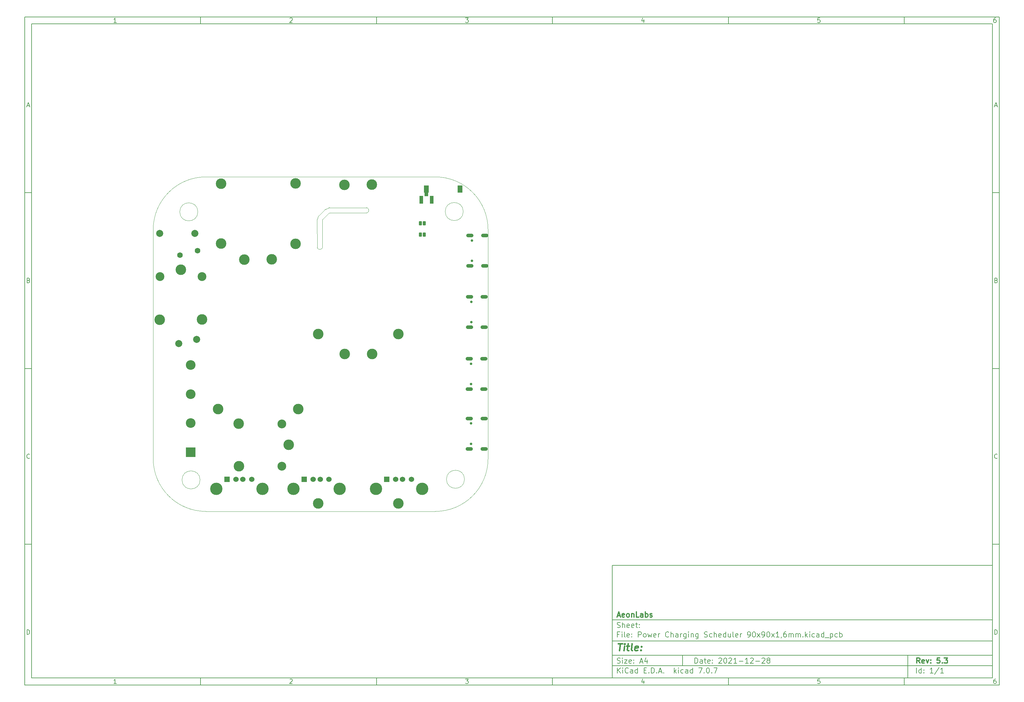
<source format=gbr>
G04 #@! TF.GenerationSoftware,KiCad,Pcbnew,7.0.7*
G04 #@! TF.CreationDate,2023-09-23T13:03:32+02:00*
G04 #@! TF.ProjectId,Power Charging Scheduler 90x90x1_6mm,506f7765-7220-4436-9861-7267696e6720,5.3*
G04 #@! TF.SameCoordinates,Original*
G04 #@! TF.FileFunction,Soldermask,Bot*
G04 #@! TF.FilePolarity,Negative*
%FSLAX46Y46*%
G04 Gerber Fmt 4.6, Leading zero omitted, Abs format (unit mm)*
G04 Created by KiCad (PCBNEW 7.0.7) date 2023-09-23 13:03:32*
%MOMM*%
%LPD*%
G01*
G04 APERTURE LIST*
G04 Aperture macros list*
%AMRoundRect*
0 Rectangle with rounded corners*
0 $1 Rounding radius*
0 $2 $3 $4 $5 $6 $7 $8 $9 X,Y pos of 4 corners*
0 Add a 4 corners polygon primitive as box body*
4,1,4,$2,$3,$4,$5,$6,$7,$8,$9,$2,$3,0*
0 Add four circle primitives for the rounded corners*
1,1,$1+$1,$2,$3*
1,1,$1+$1,$4,$5*
1,1,$1+$1,$6,$7*
1,1,$1+$1,$8,$9*
0 Add four rect primitives between the rounded corners*
20,1,$1+$1,$2,$3,$4,$5,0*
20,1,$1+$1,$4,$5,$6,$7,0*
20,1,$1+$1,$6,$7,$8,$9,0*
20,1,$1+$1,$8,$9,$2,$3,0*%
G04 Aperture macros list end*
%ADD10C,0.100000*%
%ADD11C,0.150000*%
%ADD12C,0.300000*%
%ADD13C,0.400000*%
%ADD14C,3.500000*%
%ADD15C,1.524000*%
%ADD16R,1.524000X1.524000*%
%ADD17C,3.000000*%
%ADD18O,2.100000X1.050000*%
%ADD19C,0.700000*%
%ADD20R,1.100000X2.250000*%
%ADD21R,1.050000X1.100000*%
%ADD22C,1.600000*%
%ADD23C,2.010000*%
%ADD24R,1.400000X2.100000*%
%ADD25C,2.000000*%
%ADD26RoundRect,0.124800X-0.275200X0.475200X-0.275200X-0.475200X0.275200X-0.475200X0.275200X0.475200X0*%
%ADD27C,2.500000*%
%ADD28R,2.743200X2.743200*%
%ADD29C,2.743200*%
G04 #@! TA.AperFunction,Profile*
%ADD30C,0.100000*%
G04 #@! TD*
G04 APERTURE END LIST*
D10*
D11*
X177002200Y-166007200D02*
X285002200Y-166007200D01*
X285002200Y-198007200D01*
X177002200Y-198007200D01*
X177002200Y-166007200D01*
D10*
D11*
X10000000Y-10000000D02*
X287002200Y-10000000D01*
X287002200Y-200007200D01*
X10000000Y-200007200D01*
X10000000Y-10000000D01*
D10*
D11*
X12000000Y-12000000D02*
X285002200Y-12000000D01*
X285002200Y-198007200D01*
X12000000Y-198007200D01*
X12000000Y-12000000D01*
D10*
D11*
X60000000Y-12000000D02*
X60000000Y-10000000D01*
D10*
D11*
X110000000Y-12000000D02*
X110000000Y-10000000D01*
D10*
D11*
X160000000Y-12000000D02*
X160000000Y-10000000D01*
D10*
D11*
X210000000Y-12000000D02*
X210000000Y-10000000D01*
D10*
D11*
X260000000Y-12000000D02*
X260000000Y-10000000D01*
D10*
D11*
X36089160Y-11593604D02*
X35346303Y-11593604D01*
X35717731Y-11593604D02*
X35717731Y-10293604D01*
X35717731Y-10293604D02*
X35593922Y-10479319D01*
X35593922Y-10479319D02*
X35470112Y-10603128D01*
X35470112Y-10603128D02*
X35346303Y-10665033D01*
D10*
D11*
X85346303Y-10417414D02*
X85408207Y-10355509D01*
X85408207Y-10355509D02*
X85532017Y-10293604D01*
X85532017Y-10293604D02*
X85841541Y-10293604D01*
X85841541Y-10293604D02*
X85965350Y-10355509D01*
X85965350Y-10355509D02*
X86027255Y-10417414D01*
X86027255Y-10417414D02*
X86089160Y-10541223D01*
X86089160Y-10541223D02*
X86089160Y-10665033D01*
X86089160Y-10665033D02*
X86027255Y-10850747D01*
X86027255Y-10850747D02*
X85284398Y-11593604D01*
X85284398Y-11593604D02*
X86089160Y-11593604D01*
D10*
D11*
X135284398Y-10293604D02*
X136089160Y-10293604D01*
X136089160Y-10293604D02*
X135655826Y-10788842D01*
X135655826Y-10788842D02*
X135841541Y-10788842D01*
X135841541Y-10788842D02*
X135965350Y-10850747D01*
X135965350Y-10850747D02*
X136027255Y-10912652D01*
X136027255Y-10912652D02*
X136089160Y-11036461D01*
X136089160Y-11036461D02*
X136089160Y-11345985D01*
X136089160Y-11345985D02*
X136027255Y-11469795D01*
X136027255Y-11469795D02*
X135965350Y-11531700D01*
X135965350Y-11531700D02*
X135841541Y-11593604D01*
X135841541Y-11593604D02*
X135470112Y-11593604D01*
X135470112Y-11593604D02*
X135346303Y-11531700D01*
X135346303Y-11531700D02*
X135284398Y-11469795D01*
D10*
D11*
X185965350Y-10726938D02*
X185965350Y-11593604D01*
X185655826Y-10231700D02*
X185346303Y-11160271D01*
X185346303Y-11160271D02*
X186151064Y-11160271D01*
D10*
D11*
X236027255Y-10293604D02*
X235408207Y-10293604D01*
X235408207Y-10293604D02*
X235346303Y-10912652D01*
X235346303Y-10912652D02*
X235408207Y-10850747D01*
X235408207Y-10850747D02*
X235532017Y-10788842D01*
X235532017Y-10788842D02*
X235841541Y-10788842D01*
X235841541Y-10788842D02*
X235965350Y-10850747D01*
X235965350Y-10850747D02*
X236027255Y-10912652D01*
X236027255Y-10912652D02*
X236089160Y-11036461D01*
X236089160Y-11036461D02*
X236089160Y-11345985D01*
X236089160Y-11345985D02*
X236027255Y-11469795D01*
X236027255Y-11469795D02*
X235965350Y-11531700D01*
X235965350Y-11531700D02*
X235841541Y-11593604D01*
X235841541Y-11593604D02*
X235532017Y-11593604D01*
X235532017Y-11593604D02*
X235408207Y-11531700D01*
X235408207Y-11531700D02*
X235346303Y-11469795D01*
D10*
D11*
X285965350Y-10293604D02*
X285717731Y-10293604D01*
X285717731Y-10293604D02*
X285593922Y-10355509D01*
X285593922Y-10355509D02*
X285532017Y-10417414D01*
X285532017Y-10417414D02*
X285408207Y-10603128D01*
X285408207Y-10603128D02*
X285346303Y-10850747D01*
X285346303Y-10850747D02*
X285346303Y-11345985D01*
X285346303Y-11345985D02*
X285408207Y-11469795D01*
X285408207Y-11469795D02*
X285470112Y-11531700D01*
X285470112Y-11531700D02*
X285593922Y-11593604D01*
X285593922Y-11593604D02*
X285841541Y-11593604D01*
X285841541Y-11593604D02*
X285965350Y-11531700D01*
X285965350Y-11531700D02*
X286027255Y-11469795D01*
X286027255Y-11469795D02*
X286089160Y-11345985D01*
X286089160Y-11345985D02*
X286089160Y-11036461D01*
X286089160Y-11036461D02*
X286027255Y-10912652D01*
X286027255Y-10912652D02*
X285965350Y-10850747D01*
X285965350Y-10850747D02*
X285841541Y-10788842D01*
X285841541Y-10788842D02*
X285593922Y-10788842D01*
X285593922Y-10788842D02*
X285470112Y-10850747D01*
X285470112Y-10850747D02*
X285408207Y-10912652D01*
X285408207Y-10912652D02*
X285346303Y-11036461D01*
D10*
D11*
X60000000Y-198007200D02*
X60000000Y-200007200D01*
D10*
D11*
X110000000Y-198007200D02*
X110000000Y-200007200D01*
D10*
D11*
X160000000Y-198007200D02*
X160000000Y-200007200D01*
D10*
D11*
X210000000Y-198007200D02*
X210000000Y-200007200D01*
D10*
D11*
X260000000Y-198007200D02*
X260000000Y-200007200D01*
D10*
D11*
X36089160Y-199600804D02*
X35346303Y-199600804D01*
X35717731Y-199600804D02*
X35717731Y-198300804D01*
X35717731Y-198300804D02*
X35593922Y-198486519D01*
X35593922Y-198486519D02*
X35470112Y-198610328D01*
X35470112Y-198610328D02*
X35346303Y-198672233D01*
D10*
D11*
X85346303Y-198424614D02*
X85408207Y-198362709D01*
X85408207Y-198362709D02*
X85532017Y-198300804D01*
X85532017Y-198300804D02*
X85841541Y-198300804D01*
X85841541Y-198300804D02*
X85965350Y-198362709D01*
X85965350Y-198362709D02*
X86027255Y-198424614D01*
X86027255Y-198424614D02*
X86089160Y-198548423D01*
X86089160Y-198548423D02*
X86089160Y-198672233D01*
X86089160Y-198672233D02*
X86027255Y-198857947D01*
X86027255Y-198857947D02*
X85284398Y-199600804D01*
X85284398Y-199600804D02*
X86089160Y-199600804D01*
D10*
D11*
X135284398Y-198300804D02*
X136089160Y-198300804D01*
X136089160Y-198300804D02*
X135655826Y-198796042D01*
X135655826Y-198796042D02*
X135841541Y-198796042D01*
X135841541Y-198796042D02*
X135965350Y-198857947D01*
X135965350Y-198857947D02*
X136027255Y-198919852D01*
X136027255Y-198919852D02*
X136089160Y-199043661D01*
X136089160Y-199043661D02*
X136089160Y-199353185D01*
X136089160Y-199353185D02*
X136027255Y-199476995D01*
X136027255Y-199476995D02*
X135965350Y-199538900D01*
X135965350Y-199538900D02*
X135841541Y-199600804D01*
X135841541Y-199600804D02*
X135470112Y-199600804D01*
X135470112Y-199600804D02*
X135346303Y-199538900D01*
X135346303Y-199538900D02*
X135284398Y-199476995D01*
D10*
D11*
X185965350Y-198734138D02*
X185965350Y-199600804D01*
X185655826Y-198238900D02*
X185346303Y-199167471D01*
X185346303Y-199167471D02*
X186151064Y-199167471D01*
D10*
D11*
X236027255Y-198300804D02*
X235408207Y-198300804D01*
X235408207Y-198300804D02*
X235346303Y-198919852D01*
X235346303Y-198919852D02*
X235408207Y-198857947D01*
X235408207Y-198857947D02*
X235532017Y-198796042D01*
X235532017Y-198796042D02*
X235841541Y-198796042D01*
X235841541Y-198796042D02*
X235965350Y-198857947D01*
X235965350Y-198857947D02*
X236027255Y-198919852D01*
X236027255Y-198919852D02*
X236089160Y-199043661D01*
X236089160Y-199043661D02*
X236089160Y-199353185D01*
X236089160Y-199353185D02*
X236027255Y-199476995D01*
X236027255Y-199476995D02*
X235965350Y-199538900D01*
X235965350Y-199538900D02*
X235841541Y-199600804D01*
X235841541Y-199600804D02*
X235532017Y-199600804D01*
X235532017Y-199600804D02*
X235408207Y-199538900D01*
X235408207Y-199538900D02*
X235346303Y-199476995D01*
D10*
D11*
X285965350Y-198300804D02*
X285717731Y-198300804D01*
X285717731Y-198300804D02*
X285593922Y-198362709D01*
X285593922Y-198362709D02*
X285532017Y-198424614D01*
X285532017Y-198424614D02*
X285408207Y-198610328D01*
X285408207Y-198610328D02*
X285346303Y-198857947D01*
X285346303Y-198857947D02*
X285346303Y-199353185D01*
X285346303Y-199353185D02*
X285408207Y-199476995D01*
X285408207Y-199476995D02*
X285470112Y-199538900D01*
X285470112Y-199538900D02*
X285593922Y-199600804D01*
X285593922Y-199600804D02*
X285841541Y-199600804D01*
X285841541Y-199600804D02*
X285965350Y-199538900D01*
X285965350Y-199538900D02*
X286027255Y-199476995D01*
X286027255Y-199476995D02*
X286089160Y-199353185D01*
X286089160Y-199353185D02*
X286089160Y-199043661D01*
X286089160Y-199043661D02*
X286027255Y-198919852D01*
X286027255Y-198919852D02*
X285965350Y-198857947D01*
X285965350Y-198857947D02*
X285841541Y-198796042D01*
X285841541Y-198796042D02*
X285593922Y-198796042D01*
X285593922Y-198796042D02*
X285470112Y-198857947D01*
X285470112Y-198857947D02*
X285408207Y-198919852D01*
X285408207Y-198919852D02*
X285346303Y-199043661D01*
D10*
D11*
X10000000Y-60000000D02*
X12000000Y-60000000D01*
D10*
D11*
X10000000Y-110000000D02*
X12000000Y-110000000D01*
D10*
D11*
X10000000Y-160000000D02*
X12000000Y-160000000D01*
D10*
D11*
X10690476Y-35222176D02*
X11309523Y-35222176D01*
X10566666Y-35593604D02*
X10999999Y-34293604D01*
X10999999Y-34293604D02*
X11433333Y-35593604D01*
D10*
D11*
X11092857Y-84912652D02*
X11278571Y-84974557D01*
X11278571Y-84974557D02*
X11340476Y-85036461D01*
X11340476Y-85036461D02*
X11402380Y-85160271D01*
X11402380Y-85160271D02*
X11402380Y-85345985D01*
X11402380Y-85345985D02*
X11340476Y-85469795D01*
X11340476Y-85469795D02*
X11278571Y-85531700D01*
X11278571Y-85531700D02*
X11154761Y-85593604D01*
X11154761Y-85593604D02*
X10659523Y-85593604D01*
X10659523Y-85593604D02*
X10659523Y-84293604D01*
X10659523Y-84293604D02*
X11092857Y-84293604D01*
X11092857Y-84293604D02*
X11216666Y-84355509D01*
X11216666Y-84355509D02*
X11278571Y-84417414D01*
X11278571Y-84417414D02*
X11340476Y-84541223D01*
X11340476Y-84541223D02*
X11340476Y-84665033D01*
X11340476Y-84665033D02*
X11278571Y-84788842D01*
X11278571Y-84788842D02*
X11216666Y-84850747D01*
X11216666Y-84850747D02*
X11092857Y-84912652D01*
X11092857Y-84912652D02*
X10659523Y-84912652D01*
D10*
D11*
X11402380Y-135469795D02*
X11340476Y-135531700D01*
X11340476Y-135531700D02*
X11154761Y-135593604D01*
X11154761Y-135593604D02*
X11030952Y-135593604D01*
X11030952Y-135593604D02*
X10845238Y-135531700D01*
X10845238Y-135531700D02*
X10721428Y-135407890D01*
X10721428Y-135407890D02*
X10659523Y-135284080D01*
X10659523Y-135284080D02*
X10597619Y-135036461D01*
X10597619Y-135036461D02*
X10597619Y-134850747D01*
X10597619Y-134850747D02*
X10659523Y-134603128D01*
X10659523Y-134603128D02*
X10721428Y-134479319D01*
X10721428Y-134479319D02*
X10845238Y-134355509D01*
X10845238Y-134355509D02*
X11030952Y-134293604D01*
X11030952Y-134293604D02*
X11154761Y-134293604D01*
X11154761Y-134293604D02*
X11340476Y-134355509D01*
X11340476Y-134355509D02*
X11402380Y-134417414D01*
D10*
D11*
X10659523Y-185593604D02*
X10659523Y-184293604D01*
X10659523Y-184293604D02*
X10969047Y-184293604D01*
X10969047Y-184293604D02*
X11154761Y-184355509D01*
X11154761Y-184355509D02*
X11278571Y-184479319D01*
X11278571Y-184479319D02*
X11340476Y-184603128D01*
X11340476Y-184603128D02*
X11402380Y-184850747D01*
X11402380Y-184850747D02*
X11402380Y-185036461D01*
X11402380Y-185036461D02*
X11340476Y-185284080D01*
X11340476Y-185284080D02*
X11278571Y-185407890D01*
X11278571Y-185407890D02*
X11154761Y-185531700D01*
X11154761Y-185531700D02*
X10969047Y-185593604D01*
X10969047Y-185593604D02*
X10659523Y-185593604D01*
D10*
D11*
X287002200Y-60000000D02*
X285002200Y-60000000D01*
D10*
D11*
X287002200Y-110000000D02*
X285002200Y-110000000D01*
D10*
D11*
X287002200Y-160000000D02*
X285002200Y-160000000D01*
D10*
D11*
X285692676Y-35222176D02*
X286311723Y-35222176D01*
X285568866Y-35593604D02*
X286002199Y-34293604D01*
X286002199Y-34293604D02*
X286435533Y-35593604D01*
D10*
D11*
X286095057Y-84912652D02*
X286280771Y-84974557D01*
X286280771Y-84974557D02*
X286342676Y-85036461D01*
X286342676Y-85036461D02*
X286404580Y-85160271D01*
X286404580Y-85160271D02*
X286404580Y-85345985D01*
X286404580Y-85345985D02*
X286342676Y-85469795D01*
X286342676Y-85469795D02*
X286280771Y-85531700D01*
X286280771Y-85531700D02*
X286156961Y-85593604D01*
X286156961Y-85593604D02*
X285661723Y-85593604D01*
X285661723Y-85593604D02*
X285661723Y-84293604D01*
X285661723Y-84293604D02*
X286095057Y-84293604D01*
X286095057Y-84293604D02*
X286218866Y-84355509D01*
X286218866Y-84355509D02*
X286280771Y-84417414D01*
X286280771Y-84417414D02*
X286342676Y-84541223D01*
X286342676Y-84541223D02*
X286342676Y-84665033D01*
X286342676Y-84665033D02*
X286280771Y-84788842D01*
X286280771Y-84788842D02*
X286218866Y-84850747D01*
X286218866Y-84850747D02*
X286095057Y-84912652D01*
X286095057Y-84912652D02*
X285661723Y-84912652D01*
D10*
D11*
X286404580Y-135469795D02*
X286342676Y-135531700D01*
X286342676Y-135531700D02*
X286156961Y-135593604D01*
X286156961Y-135593604D02*
X286033152Y-135593604D01*
X286033152Y-135593604D02*
X285847438Y-135531700D01*
X285847438Y-135531700D02*
X285723628Y-135407890D01*
X285723628Y-135407890D02*
X285661723Y-135284080D01*
X285661723Y-135284080D02*
X285599819Y-135036461D01*
X285599819Y-135036461D02*
X285599819Y-134850747D01*
X285599819Y-134850747D02*
X285661723Y-134603128D01*
X285661723Y-134603128D02*
X285723628Y-134479319D01*
X285723628Y-134479319D02*
X285847438Y-134355509D01*
X285847438Y-134355509D02*
X286033152Y-134293604D01*
X286033152Y-134293604D02*
X286156961Y-134293604D01*
X286156961Y-134293604D02*
X286342676Y-134355509D01*
X286342676Y-134355509D02*
X286404580Y-134417414D01*
D10*
D11*
X285661723Y-185593604D02*
X285661723Y-184293604D01*
X285661723Y-184293604D02*
X285971247Y-184293604D01*
X285971247Y-184293604D02*
X286156961Y-184355509D01*
X286156961Y-184355509D02*
X286280771Y-184479319D01*
X286280771Y-184479319D02*
X286342676Y-184603128D01*
X286342676Y-184603128D02*
X286404580Y-184850747D01*
X286404580Y-184850747D02*
X286404580Y-185036461D01*
X286404580Y-185036461D02*
X286342676Y-185284080D01*
X286342676Y-185284080D02*
X286280771Y-185407890D01*
X286280771Y-185407890D02*
X286156961Y-185531700D01*
X286156961Y-185531700D02*
X285971247Y-185593604D01*
X285971247Y-185593604D02*
X285661723Y-185593604D01*
D10*
D11*
X200458026Y-193793328D02*
X200458026Y-192293328D01*
X200458026Y-192293328D02*
X200815169Y-192293328D01*
X200815169Y-192293328D02*
X201029455Y-192364757D01*
X201029455Y-192364757D02*
X201172312Y-192507614D01*
X201172312Y-192507614D02*
X201243741Y-192650471D01*
X201243741Y-192650471D02*
X201315169Y-192936185D01*
X201315169Y-192936185D02*
X201315169Y-193150471D01*
X201315169Y-193150471D02*
X201243741Y-193436185D01*
X201243741Y-193436185D02*
X201172312Y-193579042D01*
X201172312Y-193579042D02*
X201029455Y-193721900D01*
X201029455Y-193721900D02*
X200815169Y-193793328D01*
X200815169Y-193793328D02*
X200458026Y-193793328D01*
X202600884Y-193793328D02*
X202600884Y-193007614D01*
X202600884Y-193007614D02*
X202529455Y-192864757D01*
X202529455Y-192864757D02*
X202386598Y-192793328D01*
X202386598Y-192793328D02*
X202100884Y-192793328D01*
X202100884Y-192793328D02*
X201958026Y-192864757D01*
X202600884Y-193721900D02*
X202458026Y-193793328D01*
X202458026Y-193793328D02*
X202100884Y-193793328D01*
X202100884Y-193793328D02*
X201958026Y-193721900D01*
X201958026Y-193721900D02*
X201886598Y-193579042D01*
X201886598Y-193579042D02*
X201886598Y-193436185D01*
X201886598Y-193436185D02*
X201958026Y-193293328D01*
X201958026Y-193293328D02*
X202100884Y-193221900D01*
X202100884Y-193221900D02*
X202458026Y-193221900D01*
X202458026Y-193221900D02*
X202600884Y-193150471D01*
X203100884Y-192793328D02*
X203672312Y-192793328D01*
X203315169Y-192293328D02*
X203315169Y-193579042D01*
X203315169Y-193579042D02*
X203386598Y-193721900D01*
X203386598Y-193721900D02*
X203529455Y-193793328D01*
X203529455Y-193793328D02*
X203672312Y-193793328D01*
X204743741Y-193721900D02*
X204600884Y-193793328D01*
X204600884Y-193793328D02*
X204315170Y-193793328D01*
X204315170Y-193793328D02*
X204172312Y-193721900D01*
X204172312Y-193721900D02*
X204100884Y-193579042D01*
X204100884Y-193579042D02*
X204100884Y-193007614D01*
X204100884Y-193007614D02*
X204172312Y-192864757D01*
X204172312Y-192864757D02*
X204315170Y-192793328D01*
X204315170Y-192793328D02*
X204600884Y-192793328D01*
X204600884Y-192793328D02*
X204743741Y-192864757D01*
X204743741Y-192864757D02*
X204815170Y-193007614D01*
X204815170Y-193007614D02*
X204815170Y-193150471D01*
X204815170Y-193150471D02*
X204100884Y-193293328D01*
X205458026Y-193650471D02*
X205529455Y-193721900D01*
X205529455Y-193721900D02*
X205458026Y-193793328D01*
X205458026Y-193793328D02*
X205386598Y-193721900D01*
X205386598Y-193721900D02*
X205458026Y-193650471D01*
X205458026Y-193650471D02*
X205458026Y-193793328D01*
X205458026Y-192864757D02*
X205529455Y-192936185D01*
X205529455Y-192936185D02*
X205458026Y-193007614D01*
X205458026Y-193007614D02*
X205386598Y-192936185D01*
X205386598Y-192936185D02*
X205458026Y-192864757D01*
X205458026Y-192864757D02*
X205458026Y-193007614D01*
X207243741Y-192436185D02*
X207315169Y-192364757D01*
X207315169Y-192364757D02*
X207458027Y-192293328D01*
X207458027Y-192293328D02*
X207815169Y-192293328D01*
X207815169Y-192293328D02*
X207958027Y-192364757D01*
X207958027Y-192364757D02*
X208029455Y-192436185D01*
X208029455Y-192436185D02*
X208100884Y-192579042D01*
X208100884Y-192579042D02*
X208100884Y-192721900D01*
X208100884Y-192721900D02*
X208029455Y-192936185D01*
X208029455Y-192936185D02*
X207172312Y-193793328D01*
X207172312Y-193793328D02*
X208100884Y-193793328D01*
X209029455Y-192293328D02*
X209172312Y-192293328D01*
X209172312Y-192293328D02*
X209315169Y-192364757D01*
X209315169Y-192364757D02*
X209386598Y-192436185D01*
X209386598Y-192436185D02*
X209458026Y-192579042D01*
X209458026Y-192579042D02*
X209529455Y-192864757D01*
X209529455Y-192864757D02*
X209529455Y-193221900D01*
X209529455Y-193221900D02*
X209458026Y-193507614D01*
X209458026Y-193507614D02*
X209386598Y-193650471D01*
X209386598Y-193650471D02*
X209315169Y-193721900D01*
X209315169Y-193721900D02*
X209172312Y-193793328D01*
X209172312Y-193793328D02*
X209029455Y-193793328D01*
X209029455Y-193793328D02*
X208886598Y-193721900D01*
X208886598Y-193721900D02*
X208815169Y-193650471D01*
X208815169Y-193650471D02*
X208743740Y-193507614D01*
X208743740Y-193507614D02*
X208672312Y-193221900D01*
X208672312Y-193221900D02*
X208672312Y-192864757D01*
X208672312Y-192864757D02*
X208743740Y-192579042D01*
X208743740Y-192579042D02*
X208815169Y-192436185D01*
X208815169Y-192436185D02*
X208886598Y-192364757D01*
X208886598Y-192364757D02*
X209029455Y-192293328D01*
X210100883Y-192436185D02*
X210172311Y-192364757D01*
X210172311Y-192364757D02*
X210315169Y-192293328D01*
X210315169Y-192293328D02*
X210672311Y-192293328D01*
X210672311Y-192293328D02*
X210815169Y-192364757D01*
X210815169Y-192364757D02*
X210886597Y-192436185D01*
X210886597Y-192436185D02*
X210958026Y-192579042D01*
X210958026Y-192579042D02*
X210958026Y-192721900D01*
X210958026Y-192721900D02*
X210886597Y-192936185D01*
X210886597Y-192936185D02*
X210029454Y-193793328D01*
X210029454Y-193793328D02*
X210958026Y-193793328D01*
X212386597Y-193793328D02*
X211529454Y-193793328D01*
X211958025Y-193793328D02*
X211958025Y-192293328D01*
X211958025Y-192293328D02*
X211815168Y-192507614D01*
X211815168Y-192507614D02*
X211672311Y-192650471D01*
X211672311Y-192650471D02*
X211529454Y-192721900D01*
X213029453Y-193221900D02*
X214172311Y-193221900D01*
X215672311Y-193793328D02*
X214815168Y-193793328D01*
X215243739Y-193793328D02*
X215243739Y-192293328D01*
X215243739Y-192293328D02*
X215100882Y-192507614D01*
X215100882Y-192507614D02*
X214958025Y-192650471D01*
X214958025Y-192650471D02*
X214815168Y-192721900D01*
X216243739Y-192436185D02*
X216315167Y-192364757D01*
X216315167Y-192364757D02*
X216458025Y-192293328D01*
X216458025Y-192293328D02*
X216815167Y-192293328D01*
X216815167Y-192293328D02*
X216958025Y-192364757D01*
X216958025Y-192364757D02*
X217029453Y-192436185D01*
X217029453Y-192436185D02*
X217100882Y-192579042D01*
X217100882Y-192579042D02*
X217100882Y-192721900D01*
X217100882Y-192721900D02*
X217029453Y-192936185D01*
X217029453Y-192936185D02*
X216172310Y-193793328D01*
X216172310Y-193793328D02*
X217100882Y-193793328D01*
X217743738Y-193221900D02*
X218886596Y-193221900D01*
X219529453Y-192436185D02*
X219600881Y-192364757D01*
X219600881Y-192364757D02*
X219743739Y-192293328D01*
X219743739Y-192293328D02*
X220100881Y-192293328D01*
X220100881Y-192293328D02*
X220243739Y-192364757D01*
X220243739Y-192364757D02*
X220315167Y-192436185D01*
X220315167Y-192436185D02*
X220386596Y-192579042D01*
X220386596Y-192579042D02*
X220386596Y-192721900D01*
X220386596Y-192721900D02*
X220315167Y-192936185D01*
X220315167Y-192936185D02*
X219458024Y-193793328D01*
X219458024Y-193793328D02*
X220386596Y-193793328D01*
X221243738Y-192936185D02*
X221100881Y-192864757D01*
X221100881Y-192864757D02*
X221029452Y-192793328D01*
X221029452Y-192793328D02*
X220958024Y-192650471D01*
X220958024Y-192650471D02*
X220958024Y-192579042D01*
X220958024Y-192579042D02*
X221029452Y-192436185D01*
X221029452Y-192436185D02*
X221100881Y-192364757D01*
X221100881Y-192364757D02*
X221243738Y-192293328D01*
X221243738Y-192293328D02*
X221529452Y-192293328D01*
X221529452Y-192293328D02*
X221672310Y-192364757D01*
X221672310Y-192364757D02*
X221743738Y-192436185D01*
X221743738Y-192436185D02*
X221815167Y-192579042D01*
X221815167Y-192579042D02*
X221815167Y-192650471D01*
X221815167Y-192650471D02*
X221743738Y-192793328D01*
X221743738Y-192793328D02*
X221672310Y-192864757D01*
X221672310Y-192864757D02*
X221529452Y-192936185D01*
X221529452Y-192936185D02*
X221243738Y-192936185D01*
X221243738Y-192936185D02*
X221100881Y-193007614D01*
X221100881Y-193007614D02*
X221029452Y-193079042D01*
X221029452Y-193079042D02*
X220958024Y-193221900D01*
X220958024Y-193221900D02*
X220958024Y-193507614D01*
X220958024Y-193507614D02*
X221029452Y-193650471D01*
X221029452Y-193650471D02*
X221100881Y-193721900D01*
X221100881Y-193721900D02*
X221243738Y-193793328D01*
X221243738Y-193793328D02*
X221529452Y-193793328D01*
X221529452Y-193793328D02*
X221672310Y-193721900D01*
X221672310Y-193721900D02*
X221743738Y-193650471D01*
X221743738Y-193650471D02*
X221815167Y-193507614D01*
X221815167Y-193507614D02*
X221815167Y-193221900D01*
X221815167Y-193221900D02*
X221743738Y-193079042D01*
X221743738Y-193079042D02*
X221672310Y-193007614D01*
X221672310Y-193007614D02*
X221529452Y-192936185D01*
D10*
D11*
X177002200Y-194507200D02*
X285002200Y-194507200D01*
D10*
D11*
X178458026Y-196593328D02*
X178458026Y-195093328D01*
X179315169Y-196593328D02*
X178672312Y-195736185D01*
X179315169Y-195093328D02*
X178458026Y-195950471D01*
X179958026Y-196593328D02*
X179958026Y-195593328D01*
X179958026Y-195093328D02*
X179886598Y-195164757D01*
X179886598Y-195164757D02*
X179958026Y-195236185D01*
X179958026Y-195236185D02*
X180029455Y-195164757D01*
X180029455Y-195164757D02*
X179958026Y-195093328D01*
X179958026Y-195093328D02*
X179958026Y-195236185D01*
X181529455Y-196450471D02*
X181458027Y-196521900D01*
X181458027Y-196521900D02*
X181243741Y-196593328D01*
X181243741Y-196593328D02*
X181100884Y-196593328D01*
X181100884Y-196593328D02*
X180886598Y-196521900D01*
X180886598Y-196521900D02*
X180743741Y-196379042D01*
X180743741Y-196379042D02*
X180672312Y-196236185D01*
X180672312Y-196236185D02*
X180600884Y-195950471D01*
X180600884Y-195950471D02*
X180600884Y-195736185D01*
X180600884Y-195736185D02*
X180672312Y-195450471D01*
X180672312Y-195450471D02*
X180743741Y-195307614D01*
X180743741Y-195307614D02*
X180886598Y-195164757D01*
X180886598Y-195164757D02*
X181100884Y-195093328D01*
X181100884Y-195093328D02*
X181243741Y-195093328D01*
X181243741Y-195093328D02*
X181458027Y-195164757D01*
X181458027Y-195164757D02*
X181529455Y-195236185D01*
X182815170Y-196593328D02*
X182815170Y-195807614D01*
X182815170Y-195807614D02*
X182743741Y-195664757D01*
X182743741Y-195664757D02*
X182600884Y-195593328D01*
X182600884Y-195593328D02*
X182315170Y-195593328D01*
X182315170Y-195593328D02*
X182172312Y-195664757D01*
X182815170Y-196521900D02*
X182672312Y-196593328D01*
X182672312Y-196593328D02*
X182315170Y-196593328D01*
X182315170Y-196593328D02*
X182172312Y-196521900D01*
X182172312Y-196521900D02*
X182100884Y-196379042D01*
X182100884Y-196379042D02*
X182100884Y-196236185D01*
X182100884Y-196236185D02*
X182172312Y-196093328D01*
X182172312Y-196093328D02*
X182315170Y-196021900D01*
X182315170Y-196021900D02*
X182672312Y-196021900D01*
X182672312Y-196021900D02*
X182815170Y-195950471D01*
X184172313Y-196593328D02*
X184172313Y-195093328D01*
X184172313Y-196521900D02*
X184029455Y-196593328D01*
X184029455Y-196593328D02*
X183743741Y-196593328D01*
X183743741Y-196593328D02*
X183600884Y-196521900D01*
X183600884Y-196521900D02*
X183529455Y-196450471D01*
X183529455Y-196450471D02*
X183458027Y-196307614D01*
X183458027Y-196307614D02*
X183458027Y-195879042D01*
X183458027Y-195879042D02*
X183529455Y-195736185D01*
X183529455Y-195736185D02*
X183600884Y-195664757D01*
X183600884Y-195664757D02*
X183743741Y-195593328D01*
X183743741Y-195593328D02*
X184029455Y-195593328D01*
X184029455Y-195593328D02*
X184172313Y-195664757D01*
X186029455Y-195807614D02*
X186529455Y-195807614D01*
X186743741Y-196593328D02*
X186029455Y-196593328D01*
X186029455Y-196593328D02*
X186029455Y-195093328D01*
X186029455Y-195093328D02*
X186743741Y-195093328D01*
X187386598Y-196450471D02*
X187458027Y-196521900D01*
X187458027Y-196521900D02*
X187386598Y-196593328D01*
X187386598Y-196593328D02*
X187315170Y-196521900D01*
X187315170Y-196521900D02*
X187386598Y-196450471D01*
X187386598Y-196450471D02*
X187386598Y-196593328D01*
X188100884Y-196593328D02*
X188100884Y-195093328D01*
X188100884Y-195093328D02*
X188458027Y-195093328D01*
X188458027Y-195093328D02*
X188672313Y-195164757D01*
X188672313Y-195164757D02*
X188815170Y-195307614D01*
X188815170Y-195307614D02*
X188886599Y-195450471D01*
X188886599Y-195450471D02*
X188958027Y-195736185D01*
X188958027Y-195736185D02*
X188958027Y-195950471D01*
X188958027Y-195950471D02*
X188886599Y-196236185D01*
X188886599Y-196236185D02*
X188815170Y-196379042D01*
X188815170Y-196379042D02*
X188672313Y-196521900D01*
X188672313Y-196521900D02*
X188458027Y-196593328D01*
X188458027Y-196593328D02*
X188100884Y-196593328D01*
X189600884Y-196450471D02*
X189672313Y-196521900D01*
X189672313Y-196521900D02*
X189600884Y-196593328D01*
X189600884Y-196593328D02*
X189529456Y-196521900D01*
X189529456Y-196521900D02*
X189600884Y-196450471D01*
X189600884Y-196450471D02*
X189600884Y-196593328D01*
X190243742Y-196164757D02*
X190958028Y-196164757D01*
X190100885Y-196593328D02*
X190600885Y-195093328D01*
X190600885Y-195093328D02*
X191100885Y-196593328D01*
X191600884Y-196450471D02*
X191672313Y-196521900D01*
X191672313Y-196521900D02*
X191600884Y-196593328D01*
X191600884Y-196593328D02*
X191529456Y-196521900D01*
X191529456Y-196521900D02*
X191600884Y-196450471D01*
X191600884Y-196450471D02*
X191600884Y-196593328D01*
X194600884Y-196593328D02*
X194600884Y-195093328D01*
X194743742Y-196021900D02*
X195172313Y-196593328D01*
X195172313Y-195593328D02*
X194600884Y-196164757D01*
X195815170Y-196593328D02*
X195815170Y-195593328D01*
X195815170Y-195093328D02*
X195743742Y-195164757D01*
X195743742Y-195164757D02*
X195815170Y-195236185D01*
X195815170Y-195236185D02*
X195886599Y-195164757D01*
X195886599Y-195164757D02*
X195815170Y-195093328D01*
X195815170Y-195093328D02*
X195815170Y-195236185D01*
X197172314Y-196521900D02*
X197029456Y-196593328D01*
X197029456Y-196593328D02*
X196743742Y-196593328D01*
X196743742Y-196593328D02*
X196600885Y-196521900D01*
X196600885Y-196521900D02*
X196529456Y-196450471D01*
X196529456Y-196450471D02*
X196458028Y-196307614D01*
X196458028Y-196307614D02*
X196458028Y-195879042D01*
X196458028Y-195879042D02*
X196529456Y-195736185D01*
X196529456Y-195736185D02*
X196600885Y-195664757D01*
X196600885Y-195664757D02*
X196743742Y-195593328D01*
X196743742Y-195593328D02*
X197029456Y-195593328D01*
X197029456Y-195593328D02*
X197172314Y-195664757D01*
X198458028Y-196593328D02*
X198458028Y-195807614D01*
X198458028Y-195807614D02*
X198386599Y-195664757D01*
X198386599Y-195664757D02*
X198243742Y-195593328D01*
X198243742Y-195593328D02*
X197958028Y-195593328D01*
X197958028Y-195593328D02*
X197815170Y-195664757D01*
X198458028Y-196521900D02*
X198315170Y-196593328D01*
X198315170Y-196593328D02*
X197958028Y-196593328D01*
X197958028Y-196593328D02*
X197815170Y-196521900D01*
X197815170Y-196521900D02*
X197743742Y-196379042D01*
X197743742Y-196379042D02*
X197743742Y-196236185D01*
X197743742Y-196236185D02*
X197815170Y-196093328D01*
X197815170Y-196093328D02*
X197958028Y-196021900D01*
X197958028Y-196021900D02*
X198315170Y-196021900D01*
X198315170Y-196021900D02*
X198458028Y-195950471D01*
X199815171Y-196593328D02*
X199815171Y-195093328D01*
X199815171Y-196521900D02*
X199672313Y-196593328D01*
X199672313Y-196593328D02*
X199386599Y-196593328D01*
X199386599Y-196593328D02*
X199243742Y-196521900D01*
X199243742Y-196521900D02*
X199172313Y-196450471D01*
X199172313Y-196450471D02*
X199100885Y-196307614D01*
X199100885Y-196307614D02*
X199100885Y-195879042D01*
X199100885Y-195879042D02*
X199172313Y-195736185D01*
X199172313Y-195736185D02*
X199243742Y-195664757D01*
X199243742Y-195664757D02*
X199386599Y-195593328D01*
X199386599Y-195593328D02*
X199672313Y-195593328D01*
X199672313Y-195593328D02*
X199815171Y-195664757D01*
X201529456Y-195093328D02*
X202529456Y-195093328D01*
X202529456Y-195093328D02*
X201886599Y-196593328D01*
X203100884Y-196450471D02*
X203172313Y-196521900D01*
X203172313Y-196521900D02*
X203100884Y-196593328D01*
X203100884Y-196593328D02*
X203029456Y-196521900D01*
X203029456Y-196521900D02*
X203100884Y-196450471D01*
X203100884Y-196450471D02*
X203100884Y-196593328D01*
X204100885Y-195093328D02*
X204243742Y-195093328D01*
X204243742Y-195093328D02*
X204386599Y-195164757D01*
X204386599Y-195164757D02*
X204458028Y-195236185D01*
X204458028Y-195236185D02*
X204529456Y-195379042D01*
X204529456Y-195379042D02*
X204600885Y-195664757D01*
X204600885Y-195664757D02*
X204600885Y-196021900D01*
X204600885Y-196021900D02*
X204529456Y-196307614D01*
X204529456Y-196307614D02*
X204458028Y-196450471D01*
X204458028Y-196450471D02*
X204386599Y-196521900D01*
X204386599Y-196521900D02*
X204243742Y-196593328D01*
X204243742Y-196593328D02*
X204100885Y-196593328D01*
X204100885Y-196593328D02*
X203958028Y-196521900D01*
X203958028Y-196521900D02*
X203886599Y-196450471D01*
X203886599Y-196450471D02*
X203815170Y-196307614D01*
X203815170Y-196307614D02*
X203743742Y-196021900D01*
X203743742Y-196021900D02*
X203743742Y-195664757D01*
X203743742Y-195664757D02*
X203815170Y-195379042D01*
X203815170Y-195379042D02*
X203886599Y-195236185D01*
X203886599Y-195236185D02*
X203958028Y-195164757D01*
X203958028Y-195164757D02*
X204100885Y-195093328D01*
X205243741Y-196450471D02*
X205315170Y-196521900D01*
X205315170Y-196521900D02*
X205243741Y-196593328D01*
X205243741Y-196593328D02*
X205172313Y-196521900D01*
X205172313Y-196521900D02*
X205243741Y-196450471D01*
X205243741Y-196450471D02*
X205243741Y-196593328D01*
X205815170Y-195093328D02*
X206815170Y-195093328D01*
X206815170Y-195093328D02*
X206172313Y-196593328D01*
D10*
D11*
X177002200Y-191507200D02*
X285002200Y-191507200D01*
D10*
D12*
X264413853Y-193785528D02*
X263913853Y-193071242D01*
X263556710Y-193785528D02*
X263556710Y-192285528D01*
X263556710Y-192285528D02*
X264128139Y-192285528D01*
X264128139Y-192285528D02*
X264270996Y-192356957D01*
X264270996Y-192356957D02*
X264342425Y-192428385D01*
X264342425Y-192428385D02*
X264413853Y-192571242D01*
X264413853Y-192571242D02*
X264413853Y-192785528D01*
X264413853Y-192785528D02*
X264342425Y-192928385D01*
X264342425Y-192928385D02*
X264270996Y-192999814D01*
X264270996Y-192999814D02*
X264128139Y-193071242D01*
X264128139Y-193071242D02*
X263556710Y-193071242D01*
X265628139Y-193714100D02*
X265485282Y-193785528D01*
X265485282Y-193785528D02*
X265199568Y-193785528D01*
X265199568Y-193785528D02*
X265056710Y-193714100D01*
X265056710Y-193714100D02*
X264985282Y-193571242D01*
X264985282Y-193571242D02*
X264985282Y-192999814D01*
X264985282Y-192999814D02*
X265056710Y-192856957D01*
X265056710Y-192856957D02*
X265199568Y-192785528D01*
X265199568Y-192785528D02*
X265485282Y-192785528D01*
X265485282Y-192785528D02*
X265628139Y-192856957D01*
X265628139Y-192856957D02*
X265699568Y-192999814D01*
X265699568Y-192999814D02*
X265699568Y-193142671D01*
X265699568Y-193142671D02*
X264985282Y-193285528D01*
X266199567Y-192785528D02*
X266556710Y-193785528D01*
X266556710Y-193785528D02*
X266913853Y-192785528D01*
X267485281Y-193642671D02*
X267556710Y-193714100D01*
X267556710Y-193714100D02*
X267485281Y-193785528D01*
X267485281Y-193785528D02*
X267413853Y-193714100D01*
X267413853Y-193714100D02*
X267485281Y-193642671D01*
X267485281Y-193642671D02*
X267485281Y-193785528D01*
X267485281Y-192856957D02*
X267556710Y-192928385D01*
X267556710Y-192928385D02*
X267485281Y-192999814D01*
X267485281Y-192999814D02*
X267413853Y-192928385D01*
X267413853Y-192928385D02*
X267485281Y-192856957D01*
X267485281Y-192856957D02*
X267485281Y-192999814D01*
X270056710Y-192285528D02*
X269342424Y-192285528D01*
X269342424Y-192285528D02*
X269270996Y-192999814D01*
X269270996Y-192999814D02*
X269342424Y-192928385D01*
X269342424Y-192928385D02*
X269485282Y-192856957D01*
X269485282Y-192856957D02*
X269842424Y-192856957D01*
X269842424Y-192856957D02*
X269985282Y-192928385D01*
X269985282Y-192928385D02*
X270056710Y-192999814D01*
X270056710Y-192999814D02*
X270128139Y-193142671D01*
X270128139Y-193142671D02*
X270128139Y-193499814D01*
X270128139Y-193499814D02*
X270056710Y-193642671D01*
X270056710Y-193642671D02*
X269985282Y-193714100D01*
X269985282Y-193714100D02*
X269842424Y-193785528D01*
X269842424Y-193785528D02*
X269485282Y-193785528D01*
X269485282Y-193785528D02*
X269342424Y-193714100D01*
X269342424Y-193714100D02*
X269270996Y-193642671D01*
X270770995Y-193642671D02*
X270842424Y-193714100D01*
X270842424Y-193714100D02*
X270770995Y-193785528D01*
X270770995Y-193785528D02*
X270699567Y-193714100D01*
X270699567Y-193714100D02*
X270770995Y-193642671D01*
X270770995Y-193642671D02*
X270770995Y-193785528D01*
X271342424Y-192285528D02*
X272270996Y-192285528D01*
X272270996Y-192285528D02*
X271770996Y-192856957D01*
X271770996Y-192856957D02*
X271985281Y-192856957D01*
X271985281Y-192856957D02*
X272128139Y-192928385D01*
X272128139Y-192928385D02*
X272199567Y-192999814D01*
X272199567Y-192999814D02*
X272270996Y-193142671D01*
X272270996Y-193142671D02*
X272270996Y-193499814D01*
X272270996Y-193499814D02*
X272199567Y-193642671D01*
X272199567Y-193642671D02*
X272128139Y-193714100D01*
X272128139Y-193714100D02*
X271985281Y-193785528D01*
X271985281Y-193785528D02*
X271556710Y-193785528D01*
X271556710Y-193785528D02*
X271413853Y-193714100D01*
X271413853Y-193714100D02*
X271342424Y-193642671D01*
D10*
D11*
X178386598Y-193721900D02*
X178600884Y-193793328D01*
X178600884Y-193793328D02*
X178958026Y-193793328D01*
X178958026Y-193793328D02*
X179100884Y-193721900D01*
X179100884Y-193721900D02*
X179172312Y-193650471D01*
X179172312Y-193650471D02*
X179243741Y-193507614D01*
X179243741Y-193507614D02*
X179243741Y-193364757D01*
X179243741Y-193364757D02*
X179172312Y-193221900D01*
X179172312Y-193221900D02*
X179100884Y-193150471D01*
X179100884Y-193150471D02*
X178958026Y-193079042D01*
X178958026Y-193079042D02*
X178672312Y-193007614D01*
X178672312Y-193007614D02*
X178529455Y-192936185D01*
X178529455Y-192936185D02*
X178458026Y-192864757D01*
X178458026Y-192864757D02*
X178386598Y-192721900D01*
X178386598Y-192721900D02*
X178386598Y-192579042D01*
X178386598Y-192579042D02*
X178458026Y-192436185D01*
X178458026Y-192436185D02*
X178529455Y-192364757D01*
X178529455Y-192364757D02*
X178672312Y-192293328D01*
X178672312Y-192293328D02*
X179029455Y-192293328D01*
X179029455Y-192293328D02*
X179243741Y-192364757D01*
X179886597Y-193793328D02*
X179886597Y-192793328D01*
X179886597Y-192293328D02*
X179815169Y-192364757D01*
X179815169Y-192364757D02*
X179886597Y-192436185D01*
X179886597Y-192436185D02*
X179958026Y-192364757D01*
X179958026Y-192364757D02*
X179886597Y-192293328D01*
X179886597Y-192293328D02*
X179886597Y-192436185D01*
X180458026Y-192793328D02*
X181243741Y-192793328D01*
X181243741Y-192793328D02*
X180458026Y-193793328D01*
X180458026Y-193793328D02*
X181243741Y-193793328D01*
X182386598Y-193721900D02*
X182243741Y-193793328D01*
X182243741Y-193793328D02*
X181958027Y-193793328D01*
X181958027Y-193793328D02*
X181815169Y-193721900D01*
X181815169Y-193721900D02*
X181743741Y-193579042D01*
X181743741Y-193579042D02*
X181743741Y-193007614D01*
X181743741Y-193007614D02*
X181815169Y-192864757D01*
X181815169Y-192864757D02*
X181958027Y-192793328D01*
X181958027Y-192793328D02*
X182243741Y-192793328D01*
X182243741Y-192793328D02*
X182386598Y-192864757D01*
X182386598Y-192864757D02*
X182458027Y-193007614D01*
X182458027Y-193007614D02*
X182458027Y-193150471D01*
X182458027Y-193150471D02*
X181743741Y-193293328D01*
X183100883Y-193650471D02*
X183172312Y-193721900D01*
X183172312Y-193721900D02*
X183100883Y-193793328D01*
X183100883Y-193793328D02*
X183029455Y-193721900D01*
X183029455Y-193721900D02*
X183100883Y-193650471D01*
X183100883Y-193650471D02*
X183100883Y-193793328D01*
X183100883Y-192864757D02*
X183172312Y-192936185D01*
X183172312Y-192936185D02*
X183100883Y-193007614D01*
X183100883Y-193007614D02*
X183029455Y-192936185D01*
X183029455Y-192936185D02*
X183100883Y-192864757D01*
X183100883Y-192864757D02*
X183100883Y-193007614D01*
X184886598Y-193364757D02*
X185600884Y-193364757D01*
X184743741Y-193793328D02*
X185243741Y-192293328D01*
X185243741Y-192293328D02*
X185743741Y-193793328D01*
X186886598Y-192793328D02*
X186886598Y-193793328D01*
X186529455Y-192221900D02*
X186172312Y-193293328D01*
X186172312Y-193293328D02*
X187100883Y-193293328D01*
D10*
D11*
X263458026Y-196593328D02*
X263458026Y-195093328D01*
X264815170Y-196593328D02*
X264815170Y-195093328D01*
X264815170Y-196521900D02*
X264672312Y-196593328D01*
X264672312Y-196593328D02*
X264386598Y-196593328D01*
X264386598Y-196593328D02*
X264243741Y-196521900D01*
X264243741Y-196521900D02*
X264172312Y-196450471D01*
X264172312Y-196450471D02*
X264100884Y-196307614D01*
X264100884Y-196307614D02*
X264100884Y-195879042D01*
X264100884Y-195879042D02*
X264172312Y-195736185D01*
X264172312Y-195736185D02*
X264243741Y-195664757D01*
X264243741Y-195664757D02*
X264386598Y-195593328D01*
X264386598Y-195593328D02*
X264672312Y-195593328D01*
X264672312Y-195593328D02*
X264815170Y-195664757D01*
X265529455Y-196450471D02*
X265600884Y-196521900D01*
X265600884Y-196521900D02*
X265529455Y-196593328D01*
X265529455Y-196593328D02*
X265458027Y-196521900D01*
X265458027Y-196521900D02*
X265529455Y-196450471D01*
X265529455Y-196450471D02*
X265529455Y-196593328D01*
X265529455Y-195664757D02*
X265600884Y-195736185D01*
X265600884Y-195736185D02*
X265529455Y-195807614D01*
X265529455Y-195807614D02*
X265458027Y-195736185D01*
X265458027Y-195736185D02*
X265529455Y-195664757D01*
X265529455Y-195664757D02*
X265529455Y-195807614D01*
X268172313Y-196593328D02*
X267315170Y-196593328D01*
X267743741Y-196593328D02*
X267743741Y-195093328D01*
X267743741Y-195093328D02*
X267600884Y-195307614D01*
X267600884Y-195307614D02*
X267458027Y-195450471D01*
X267458027Y-195450471D02*
X267315170Y-195521900D01*
X269886598Y-195021900D02*
X268600884Y-196950471D01*
X271172313Y-196593328D02*
X270315170Y-196593328D01*
X270743741Y-196593328D02*
X270743741Y-195093328D01*
X270743741Y-195093328D02*
X270600884Y-195307614D01*
X270600884Y-195307614D02*
X270458027Y-195450471D01*
X270458027Y-195450471D02*
X270315170Y-195521900D01*
D10*
D11*
X177002200Y-187507200D02*
X285002200Y-187507200D01*
D10*
D13*
X178693928Y-188211638D02*
X179836785Y-188211638D01*
X179015357Y-190211638D02*
X179265357Y-188211638D01*
X180253452Y-190211638D02*
X180420119Y-188878304D01*
X180503452Y-188211638D02*
X180396309Y-188306876D01*
X180396309Y-188306876D02*
X180479643Y-188402114D01*
X180479643Y-188402114D02*
X180586786Y-188306876D01*
X180586786Y-188306876D02*
X180503452Y-188211638D01*
X180503452Y-188211638D02*
X180479643Y-188402114D01*
X181086786Y-188878304D02*
X181848690Y-188878304D01*
X181455833Y-188211638D02*
X181241548Y-189925923D01*
X181241548Y-189925923D02*
X181312976Y-190116400D01*
X181312976Y-190116400D02*
X181491548Y-190211638D01*
X181491548Y-190211638D02*
X181682024Y-190211638D01*
X182634405Y-190211638D02*
X182455833Y-190116400D01*
X182455833Y-190116400D02*
X182384405Y-189925923D01*
X182384405Y-189925923D02*
X182598690Y-188211638D01*
X184170119Y-190116400D02*
X183967738Y-190211638D01*
X183967738Y-190211638D02*
X183586785Y-190211638D01*
X183586785Y-190211638D02*
X183408214Y-190116400D01*
X183408214Y-190116400D02*
X183336785Y-189925923D01*
X183336785Y-189925923D02*
X183432024Y-189164019D01*
X183432024Y-189164019D02*
X183551071Y-188973542D01*
X183551071Y-188973542D02*
X183753452Y-188878304D01*
X183753452Y-188878304D02*
X184134404Y-188878304D01*
X184134404Y-188878304D02*
X184312976Y-188973542D01*
X184312976Y-188973542D02*
X184384404Y-189164019D01*
X184384404Y-189164019D02*
X184360595Y-189354495D01*
X184360595Y-189354495D02*
X183384404Y-189544971D01*
X185134405Y-190021161D02*
X185217738Y-190116400D01*
X185217738Y-190116400D02*
X185110595Y-190211638D01*
X185110595Y-190211638D02*
X185027262Y-190116400D01*
X185027262Y-190116400D02*
X185134405Y-190021161D01*
X185134405Y-190021161D02*
X185110595Y-190211638D01*
X185265357Y-188973542D02*
X185348690Y-189068780D01*
X185348690Y-189068780D02*
X185241548Y-189164019D01*
X185241548Y-189164019D02*
X185158214Y-189068780D01*
X185158214Y-189068780D02*
X185265357Y-188973542D01*
X185265357Y-188973542D02*
X185241548Y-189164019D01*
D10*
D11*
X178958026Y-185607614D02*
X178458026Y-185607614D01*
X178458026Y-186393328D02*
X178458026Y-184893328D01*
X178458026Y-184893328D02*
X179172312Y-184893328D01*
X179743740Y-186393328D02*
X179743740Y-185393328D01*
X179743740Y-184893328D02*
X179672312Y-184964757D01*
X179672312Y-184964757D02*
X179743740Y-185036185D01*
X179743740Y-185036185D02*
X179815169Y-184964757D01*
X179815169Y-184964757D02*
X179743740Y-184893328D01*
X179743740Y-184893328D02*
X179743740Y-185036185D01*
X180672312Y-186393328D02*
X180529455Y-186321900D01*
X180529455Y-186321900D02*
X180458026Y-186179042D01*
X180458026Y-186179042D02*
X180458026Y-184893328D01*
X181815169Y-186321900D02*
X181672312Y-186393328D01*
X181672312Y-186393328D02*
X181386598Y-186393328D01*
X181386598Y-186393328D02*
X181243740Y-186321900D01*
X181243740Y-186321900D02*
X181172312Y-186179042D01*
X181172312Y-186179042D02*
X181172312Y-185607614D01*
X181172312Y-185607614D02*
X181243740Y-185464757D01*
X181243740Y-185464757D02*
X181386598Y-185393328D01*
X181386598Y-185393328D02*
X181672312Y-185393328D01*
X181672312Y-185393328D02*
X181815169Y-185464757D01*
X181815169Y-185464757D02*
X181886598Y-185607614D01*
X181886598Y-185607614D02*
X181886598Y-185750471D01*
X181886598Y-185750471D02*
X181172312Y-185893328D01*
X182529454Y-186250471D02*
X182600883Y-186321900D01*
X182600883Y-186321900D02*
X182529454Y-186393328D01*
X182529454Y-186393328D02*
X182458026Y-186321900D01*
X182458026Y-186321900D02*
X182529454Y-186250471D01*
X182529454Y-186250471D02*
X182529454Y-186393328D01*
X182529454Y-185464757D02*
X182600883Y-185536185D01*
X182600883Y-185536185D02*
X182529454Y-185607614D01*
X182529454Y-185607614D02*
X182458026Y-185536185D01*
X182458026Y-185536185D02*
X182529454Y-185464757D01*
X182529454Y-185464757D02*
X182529454Y-185607614D01*
X184386597Y-186393328D02*
X184386597Y-184893328D01*
X184386597Y-184893328D02*
X184958026Y-184893328D01*
X184958026Y-184893328D02*
X185100883Y-184964757D01*
X185100883Y-184964757D02*
X185172312Y-185036185D01*
X185172312Y-185036185D02*
X185243740Y-185179042D01*
X185243740Y-185179042D02*
X185243740Y-185393328D01*
X185243740Y-185393328D02*
X185172312Y-185536185D01*
X185172312Y-185536185D02*
X185100883Y-185607614D01*
X185100883Y-185607614D02*
X184958026Y-185679042D01*
X184958026Y-185679042D02*
X184386597Y-185679042D01*
X186100883Y-186393328D02*
X185958026Y-186321900D01*
X185958026Y-186321900D02*
X185886597Y-186250471D01*
X185886597Y-186250471D02*
X185815169Y-186107614D01*
X185815169Y-186107614D02*
X185815169Y-185679042D01*
X185815169Y-185679042D02*
X185886597Y-185536185D01*
X185886597Y-185536185D02*
X185958026Y-185464757D01*
X185958026Y-185464757D02*
X186100883Y-185393328D01*
X186100883Y-185393328D02*
X186315169Y-185393328D01*
X186315169Y-185393328D02*
X186458026Y-185464757D01*
X186458026Y-185464757D02*
X186529455Y-185536185D01*
X186529455Y-185536185D02*
X186600883Y-185679042D01*
X186600883Y-185679042D02*
X186600883Y-186107614D01*
X186600883Y-186107614D02*
X186529455Y-186250471D01*
X186529455Y-186250471D02*
X186458026Y-186321900D01*
X186458026Y-186321900D02*
X186315169Y-186393328D01*
X186315169Y-186393328D02*
X186100883Y-186393328D01*
X187100883Y-185393328D02*
X187386598Y-186393328D01*
X187386598Y-186393328D02*
X187672312Y-185679042D01*
X187672312Y-185679042D02*
X187958026Y-186393328D01*
X187958026Y-186393328D02*
X188243740Y-185393328D01*
X189386598Y-186321900D02*
X189243741Y-186393328D01*
X189243741Y-186393328D02*
X188958027Y-186393328D01*
X188958027Y-186393328D02*
X188815169Y-186321900D01*
X188815169Y-186321900D02*
X188743741Y-186179042D01*
X188743741Y-186179042D02*
X188743741Y-185607614D01*
X188743741Y-185607614D02*
X188815169Y-185464757D01*
X188815169Y-185464757D02*
X188958027Y-185393328D01*
X188958027Y-185393328D02*
X189243741Y-185393328D01*
X189243741Y-185393328D02*
X189386598Y-185464757D01*
X189386598Y-185464757D02*
X189458027Y-185607614D01*
X189458027Y-185607614D02*
X189458027Y-185750471D01*
X189458027Y-185750471D02*
X188743741Y-185893328D01*
X190100883Y-186393328D02*
X190100883Y-185393328D01*
X190100883Y-185679042D02*
X190172312Y-185536185D01*
X190172312Y-185536185D02*
X190243741Y-185464757D01*
X190243741Y-185464757D02*
X190386598Y-185393328D01*
X190386598Y-185393328D02*
X190529455Y-185393328D01*
X193029454Y-186250471D02*
X192958026Y-186321900D01*
X192958026Y-186321900D02*
X192743740Y-186393328D01*
X192743740Y-186393328D02*
X192600883Y-186393328D01*
X192600883Y-186393328D02*
X192386597Y-186321900D01*
X192386597Y-186321900D02*
X192243740Y-186179042D01*
X192243740Y-186179042D02*
X192172311Y-186036185D01*
X192172311Y-186036185D02*
X192100883Y-185750471D01*
X192100883Y-185750471D02*
X192100883Y-185536185D01*
X192100883Y-185536185D02*
X192172311Y-185250471D01*
X192172311Y-185250471D02*
X192243740Y-185107614D01*
X192243740Y-185107614D02*
X192386597Y-184964757D01*
X192386597Y-184964757D02*
X192600883Y-184893328D01*
X192600883Y-184893328D02*
X192743740Y-184893328D01*
X192743740Y-184893328D02*
X192958026Y-184964757D01*
X192958026Y-184964757D02*
X193029454Y-185036185D01*
X193672311Y-186393328D02*
X193672311Y-184893328D01*
X194315169Y-186393328D02*
X194315169Y-185607614D01*
X194315169Y-185607614D02*
X194243740Y-185464757D01*
X194243740Y-185464757D02*
X194100883Y-185393328D01*
X194100883Y-185393328D02*
X193886597Y-185393328D01*
X193886597Y-185393328D02*
X193743740Y-185464757D01*
X193743740Y-185464757D02*
X193672311Y-185536185D01*
X195672312Y-186393328D02*
X195672312Y-185607614D01*
X195672312Y-185607614D02*
X195600883Y-185464757D01*
X195600883Y-185464757D02*
X195458026Y-185393328D01*
X195458026Y-185393328D02*
X195172312Y-185393328D01*
X195172312Y-185393328D02*
X195029454Y-185464757D01*
X195672312Y-186321900D02*
X195529454Y-186393328D01*
X195529454Y-186393328D02*
X195172312Y-186393328D01*
X195172312Y-186393328D02*
X195029454Y-186321900D01*
X195029454Y-186321900D02*
X194958026Y-186179042D01*
X194958026Y-186179042D02*
X194958026Y-186036185D01*
X194958026Y-186036185D02*
X195029454Y-185893328D01*
X195029454Y-185893328D02*
X195172312Y-185821900D01*
X195172312Y-185821900D02*
X195529454Y-185821900D01*
X195529454Y-185821900D02*
X195672312Y-185750471D01*
X196386597Y-186393328D02*
X196386597Y-185393328D01*
X196386597Y-185679042D02*
X196458026Y-185536185D01*
X196458026Y-185536185D02*
X196529455Y-185464757D01*
X196529455Y-185464757D02*
X196672312Y-185393328D01*
X196672312Y-185393328D02*
X196815169Y-185393328D01*
X197958026Y-185393328D02*
X197958026Y-186607614D01*
X197958026Y-186607614D02*
X197886597Y-186750471D01*
X197886597Y-186750471D02*
X197815168Y-186821900D01*
X197815168Y-186821900D02*
X197672311Y-186893328D01*
X197672311Y-186893328D02*
X197458026Y-186893328D01*
X197458026Y-186893328D02*
X197315168Y-186821900D01*
X197958026Y-186321900D02*
X197815168Y-186393328D01*
X197815168Y-186393328D02*
X197529454Y-186393328D01*
X197529454Y-186393328D02*
X197386597Y-186321900D01*
X197386597Y-186321900D02*
X197315168Y-186250471D01*
X197315168Y-186250471D02*
X197243740Y-186107614D01*
X197243740Y-186107614D02*
X197243740Y-185679042D01*
X197243740Y-185679042D02*
X197315168Y-185536185D01*
X197315168Y-185536185D02*
X197386597Y-185464757D01*
X197386597Y-185464757D02*
X197529454Y-185393328D01*
X197529454Y-185393328D02*
X197815168Y-185393328D01*
X197815168Y-185393328D02*
X197958026Y-185464757D01*
X198672311Y-186393328D02*
X198672311Y-185393328D01*
X198672311Y-184893328D02*
X198600883Y-184964757D01*
X198600883Y-184964757D02*
X198672311Y-185036185D01*
X198672311Y-185036185D02*
X198743740Y-184964757D01*
X198743740Y-184964757D02*
X198672311Y-184893328D01*
X198672311Y-184893328D02*
X198672311Y-185036185D01*
X199386597Y-185393328D02*
X199386597Y-186393328D01*
X199386597Y-185536185D02*
X199458026Y-185464757D01*
X199458026Y-185464757D02*
X199600883Y-185393328D01*
X199600883Y-185393328D02*
X199815169Y-185393328D01*
X199815169Y-185393328D02*
X199958026Y-185464757D01*
X199958026Y-185464757D02*
X200029455Y-185607614D01*
X200029455Y-185607614D02*
X200029455Y-186393328D01*
X201386598Y-185393328D02*
X201386598Y-186607614D01*
X201386598Y-186607614D02*
X201315169Y-186750471D01*
X201315169Y-186750471D02*
X201243740Y-186821900D01*
X201243740Y-186821900D02*
X201100883Y-186893328D01*
X201100883Y-186893328D02*
X200886598Y-186893328D01*
X200886598Y-186893328D02*
X200743740Y-186821900D01*
X201386598Y-186321900D02*
X201243740Y-186393328D01*
X201243740Y-186393328D02*
X200958026Y-186393328D01*
X200958026Y-186393328D02*
X200815169Y-186321900D01*
X200815169Y-186321900D02*
X200743740Y-186250471D01*
X200743740Y-186250471D02*
X200672312Y-186107614D01*
X200672312Y-186107614D02*
X200672312Y-185679042D01*
X200672312Y-185679042D02*
X200743740Y-185536185D01*
X200743740Y-185536185D02*
X200815169Y-185464757D01*
X200815169Y-185464757D02*
X200958026Y-185393328D01*
X200958026Y-185393328D02*
X201243740Y-185393328D01*
X201243740Y-185393328D02*
X201386598Y-185464757D01*
X203172312Y-186321900D02*
X203386598Y-186393328D01*
X203386598Y-186393328D02*
X203743740Y-186393328D01*
X203743740Y-186393328D02*
X203886598Y-186321900D01*
X203886598Y-186321900D02*
X203958026Y-186250471D01*
X203958026Y-186250471D02*
X204029455Y-186107614D01*
X204029455Y-186107614D02*
X204029455Y-185964757D01*
X204029455Y-185964757D02*
X203958026Y-185821900D01*
X203958026Y-185821900D02*
X203886598Y-185750471D01*
X203886598Y-185750471D02*
X203743740Y-185679042D01*
X203743740Y-185679042D02*
X203458026Y-185607614D01*
X203458026Y-185607614D02*
X203315169Y-185536185D01*
X203315169Y-185536185D02*
X203243740Y-185464757D01*
X203243740Y-185464757D02*
X203172312Y-185321900D01*
X203172312Y-185321900D02*
X203172312Y-185179042D01*
X203172312Y-185179042D02*
X203243740Y-185036185D01*
X203243740Y-185036185D02*
X203315169Y-184964757D01*
X203315169Y-184964757D02*
X203458026Y-184893328D01*
X203458026Y-184893328D02*
X203815169Y-184893328D01*
X203815169Y-184893328D02*
X204029455Y-184964757D01*
X205315169Y-186321900D02*
X205172311Y-186393328D01*
X205172311Y-186393328D02*
X204886597Y-186393328D01*
X204886597Y-186393328D02*
X204743740Y-186321900D01*
X204743740Y-186321900D02*
X204672311Y-186250471D01*
X204672311Y-186250471D02*
X204600883Y-186107614D01*
X204600883Y-186107614D02*
X204600883Y-185679042D01*
X204600883Y-185679042D02*
X204672311Y-185536185D01*
X204672311Y-185536185D02*
X204743740Y-185464757D01*
X204743740Y-185464757D02*
X204886597Y-185393328D01*
X204886597Y-185393328D02*
X205172311Y-185393328D01*
X205172311Y-185393328D02*
X205315169Y-185464757D01*
X205958025Y-186393328D02*
X205958025Y-184893328D01*
X206600883Y-186393328D02*
X206600883Y-185607614D01*
X206600883Y-185607614D02*
X206529454Y-185464757D01*
X206529454Y-185464757D02*
X206386597Y-185393328D01*
X206386597Y-185393328D02*
X206172311Y-185393328D01*
X206172311Y-185393328D02*
X206029454Y-185464757D01*
X206029454Y-185464757D02*
X205958025Y-185536185D01*
X207886597Y-186321900D02*
X207743740Y-186393328D01*
X207743740Y-186393328D02*
X207458026Y-186393328D01*
X207458026Y-186393328D02*
X207315168Y-186321900D01*
X207315168Y-186321900D02*
X207243740Y-186179042D01*
X207243740Y-186179042D02*
X207243740Y-185607614D01*
X207243740Y-185607614D02*
X207315168Y-185464757D01*
X207315168Y-185464757D02*
X207458026Y-185393328D01*
X207458026Y-185393328D02*
X207743740Y-185393328D01*
X207743740Y-185393328D02*
X207886597Y-185464757D01*
X207886597Y-185464757D02*
X207958026Y-185607614D01*
X207958026Y-185607614D02*
X207958026Y-185750471D01*
X207958026Y-185750471D02*
X207243740Y-185893328D01*
X209243740Y-186393328D02*
X209243740Y-184893328D01*
X209243740Y-186321900D02*
X209100882Y-186393328D01*
X209100882Y-186393328D02*
X208815168Y-186393328D01*
X208815168Y-186393328D02*
X208672311Y-186321900D01*
X208672311Y-186321900D02*
X208600882Y-186250471D01*
X208600882Y-186250471D02*
X208529454Y-186107614D01*
X208529454Y-186107614D02*
X208529454Y-185679042D01*
X208529454Y-185679042D02*
X208600882Y-185536185D01*
X208600882Y-185536185D02*
X208672311Y-185464757D01*
X208672311Y-185464757D02*
X208815168Y-185393328D01*
X208815168Y-185393328D02*
X209100882Y-185393328D01*
X209100882Y-185393328D02*
X209243740Y-185464757D01*
X210600883Y-185393328D02*
X210600883Y-186393328D01*
X209958025Y-185393328D02*
X209958025Y-186179042D01*
X209958025Y-186179042D02*
X210029454Y-186321900D01*
X210029454Y-186321900D02*
X210172311Y-186393328D01*
X210172311Y-186393328D02*
X210386597Y-186393328D01*
X210386597Y-186393328D02*
X210529454Y-186321900D01*
X210529454Y-186321900D02*
X210600883Y-186250471D01*
X211529454Y-186393328D02*
X211386597Y-186321900D01*
X211386597Y-186321900D02*
X211315168Y-186179042D01*
X211315168Y-186179042D02*
X211315168Y-184893328D01*
X212672311Y-186321900D02*
X212529454Y-186393328D01*
X212529454Y-186393328D02*
X212243740Y-186393328D01*
X212243740Y-186393328D02*
X212100882Y-186321900D01*
X212100882Y-186321900D02*
X212029454Y-186179042D01*
X212029454Y-186179042D02*
X212029454Y-185607614D01*
X212029454Y-185607614D02*
X212100882Y-185464757D01*
X212100882Y-185464757D02*
X212243740Y-185393328D01*
X212243740Y-185393328D02*
X212529454Y-185393328D01*
X212529454Y-185393328D02*
X212672311Y-185464757D01*
X212672311Y-185464757D02*
X212743740Y-185607614D01*
X212743740Y-185607614D02*
X212743740Y-185750471D01*
X212743740Y-185750471D02*
X212029454Y-185893328D01*
X213386596Y-186393328D02*
X213386596Y-185393328D01*
X213386596Y-185679042D02*
X213458025Y-185536185D01*
X213458025Y-185536185D02*
X213529454Y-185464757D01*
X213529454Y-185464757D02*
X213672311Y-185393328D01*
X213672311Y-185393328D02*
X213815168Y-185393328D01*
X215529453Y-186393328D02*
X215815167Y-186393328D01*
X215815167Y-186393328D02*
X215958024Y-186321900D01*
X215958024Y-186321900D02*
X216029453Y-186250471D01*
X216029453Y-186250471D02*
X216172310Y-186036185D01*
X216172310Y-186036185D02*
X216243739Y-185750471D01*
X216243739Y-185750471D02*
X216243739Y-185179042D01*
X216243739Y-185179042D02*
X216172310Y-185036185D01*
X216172310Y-185036185D02*
X216100882Y-184964757D01*
X216100882Y-184964757D02*
X215958024Y-184893328D01*
X215958024Y-184893328D02*
X215672310Y-184893328D01*
X215672310Y-184893328D02*
X215529453Y-184964757D01*
X215529453Y-184964757D02*
X215458024Y-185036185D01*
X215458024Y-185036185D02*
X215386596Y-185179042D01*
X215386596Y-185179042D02*
X215386596Y-185536185D01*
X215386596Y-185536185D02*
X215458024Y-185679042D01*
X215458024Y-185679042D02*
X215529453Y-185750471D01*
X215529453Y-185750471D02*
X215672310Y-185821900D01*
X215672310Y-185821900D02*
X215958024Y-185821900D01*
X215958024Y-185821900D02*
X216100882Y-185750471D01*
X216100882Y-185750471D02*
X216172310Y-185679042D01*
X216172310Y-185679042D02*
X216243739Y-185536185D01*
X217172310Y-184893328D02*
X217315167Y-184893328D01*
X217315167Y-184893328D02*
X217458024Y-184964757D01*
X217458024Y-184964757D02*
X217529453Y-185036185D01*
X217529453Y-185036185D02*
X217600881Y-185179042D01*
X217600881Y-185179042D02*
X217672310Y-185464757D01*
X217672310Y-185464757D02*
X217672310Y-185821900D01*
X217672310Y-185821900D02*
X217600881Y-186107614D01*
X217600881Y-186107614D02*
X217529453Y-186250471D01*
X217529453Y-186250471D02*
X217458024Y-186321900D01*
X217458024Y-186321900D02*
X217315167Y-186393328D01*
X217315167Y-186393328D02*
X217172310Y-186393328D01*
X217172310Y-186393328D02*
X217029453Y-186321900D01*
X217029453Y-186321900D02*
X216958024Y-186250471D01*
X216958024Y-186250471D02*
X216886595Y-186107614D01*
X216886595Y-186107614D02*
X216815167Y-185821900D01*
X216815167Y-185821900D02*
X216815167Y-185464757D01*
X216815167Y-185464757D02*
X216886595Y-185179042D01*
X216886595Y-185179042D02*
X216958024Y-185036185D01*
X216958024Y-185036185D02*
X217029453Y-184964757D01*
X217029453Y-184964757D02*
X217172310Y-184893328D01*
X218172309Y-186393328D02*
X218958024Y-185393328D01*
X218172309Y-185393328D02*
X218958024Y-186393328D01*
X219600881Y-186393328D02*
X219886595Y-186393328D01*
X219886595Y-186393328D02*
X220029452Y-186321900D01*
X220029452Y-186321900D02*
X220100881Y-186250471D01*
X220100881Y-186250471D02*
X220243738Y-186036185D01*
X220243738Y-186036185D02*
X220315167Y-185750471D01*
X220315167Y-185750471D02*
X220315167Y-185179042D01*
X220315167Y-185179042D02*
X220243738Y-185036185D01*
X220243738Y-185036185D02*
X220172310Y-184964757D01*
X220172310Y-184964757D02*
X220029452Y-184893328D01*
X220029452Y-184893328D02*
X219743738Y-184893328D01*
X219743738Y-184893328D02*
X219600881Y-184964757D01*
X219600881Y-184964757D02*
X219529452Y-185036185D01*
X219529452Y-185036185D02*
X219458024Y-185179042D01*
X219458024Y-185179042D02*
X219458024Y-185536185D01*
X219458024Y-185536185D02*
X219529452Y-185679042D01*
X219529452Y-185679042D02*
X219600881Y-185750471D01*
X219600881Y-185750471D02*
X219743738Y-185821900D01*
X219743738Y-185821900D02*
X220029452Y-185821900D01*
X220029452Y-185821900D02*
X220172310Y-185750471D01*
X220172310Y-185750471D02*
X220243738Y-185679042D01*
X220243738Y-185679042D02*
X220315167Y-185536185D01*
X221243738Y-184893328D02*
X221386595Y-184893328D01*
X221386595Y-184893328D02*
X221529452Y-184964757D01*
X221529452Y-184964757D02*
X221600881Y-185036185D01*
X221600881Y-185036185D02*
X221672309Y-185179042D01*
X221672309Y-185179042D02*
X221743738Y-185464757D01*
X221743738Y-185464757D02*
X221743738Y-185821900D01*
X221743738Y-185821900D02*
X221672309Y-186107614D01*
X221672309Y-186107614D02*
X221600881Y-186250471D01*
X221600881Y-186250471D02*
X221529452Y-186321900D01*
X221529452Y-186321900D02*
X221386595Y-186393328D01*
X221386595Y-186393328D02*
X221243738Y-186393328D01*
X221243738Y-186393328D02*
X221100881Y-186321900D01*
X221100881Y-186321900D02*
X221029452Y-186250471D01*
X221029452Y-186250471D02*
X220958023Y-186107614D01*
X220958023Y-186107614D02*
X220886595Y-185821900D01*
X220886595Y-185821900D02*
X220886595Y-185464757D01*
X220886595Y-185464757D02*
X220958023Y-185179042D01*
X220958023Y-185179042D02*
X221029452Y-185036185D01*
X221029452Y-185036185D02*
X221100881Y-184964757D01*
X221100881Y-184964757D02*
X221243738Y-184893328D01*
X222243737Y-186393328D02*
X223029452Y-185393328D01*
X222243737Y-185393328D02*
X223029452Y-186393328D01*
X224386595Y-186393328D02*
X223529452Y-186393328D01*
X223958023Y-186393328D02*
X223958023Y-184893328D01*
X223958023Y-184893328D02*
X223815166Y-185107614D01*
X223815166Y-185107614D02*
X223672309Y-185250471D01*
X223672309Y-185250471D02*
X223529452Y-185321900D01*
X225100880Y-186321900D02*
X225100880Y-186393328D01*
X225100880Y-186393328D02*
X225029451Y-186536185D01*
X225029451Y-186536185D02*
X224958023Y-186607614D01*
X226386595Y-184893328D02*
X226100880Y-184893328D01*
X226100880Y-184893328D02*
X225958023Y-184964757D01*
X225958023Y-184964757D02*
X225886595Y-185036185D01*
X225886595Y-185036185D02*
X225743737Y-185250471D01*
X225743737Y-185250471D02*
X225672309Y-185536185D01*
X225672309Y-185536185D02*
X225672309Y-186107614D01*
X225672309Y-186107614D02*
X225743737Y-186250471D01*
X225743737Y-186250471D02*
X225815166Y-186321900D01*
X225815166Y-186321900D02*
X225958023Y-186393328D01*
X225958023Y-186393328D02*
X226243737Y-186393328D01*
X226243737Y-186393328D02*
X226386595Y-186321900D01*
X226386595Y-186321900D02*
X226458023Y-186250471D01*
X226458023Y-186250471D02*
X226529452Y-186107614D01*
X226529452Y-186107614D02*
X226529452Y-185750471D01*
X226529452Y-185750471D02*
X226458023Y-185607614D01*
X226458023Y-185607614D02*
X226386595Y-185536185D01*
X226386595Y-185536185D02*
X226243737Y-185464757D01*
X226243737Y-185464757D02*
X225958023Y-185464757D01*
X225958023Y-185464757D02*
X225815166Y-185536185D01*
X225815166Y-185536185D02*
X225743737Y-185607614D01*
X225743737Y-185607614D02*
X225672309Y-185750471D01*
X227172308Y-186393328D02*
X227172308Y-185393328D01*
X227172308Y-185536185D02*
X227243737Y-185464757D01*
X227243737Y-185464757D02*
X227386594Y-185393328D01*
X227386594Y-185393328D02*
X227600880Y-185393328D01*
X227600880Y-185393328D02*
X227743737Y-185464757D01*
X227743737Y-185464757D02*
X227815166Y-185607614D01*
X227815166Y-185607614D02*
X227815166Y-186393328D01*
X227815166Y-185607614D02*
X227886594Y-185464757D01*
X227886594Y-185464757D02*
X228029451Y-185393328D01*
X228029451Y-185393328D02*
X228243737Y-185393328D01*
X228243737Y-185393328D02*
X228386594Y-185464757D01*
X228386594Y-185464757D02*
X228458023Y-185607614D01*
X228458023Y-185607614D02*
X228458023Y-186393328D01*
X229172308Y-186393328D02*
X229172308Y-185393328D01*
X229172308Y-185536185D02*
X229243737Y-185464757D01*
X229243737Y-185464757D02*
X229386594Y-185393328D01*
X229386594Y-185393328D02*
X229600880Y-185393328D01*
X229600880Y-185393328D02*
X229743737Y-185464757D01*
X229743737Y-185464757D02*
X229815166Y-185607614D01*
X229815166Y-185607614D02*
X229815166Y-186393328D01*
X229815166Y-185607614D02*
X229886594Y-185464757D01*
X229886594Y-185464757D02*
X230029451Y-185393328D01*
X230029451Y-185393328D02*
X230243737Y-185393328D01*
X230243737Y-185393328D02*
X230386594Y-185464757D01*
X230386594Y-185464757D02*
X230458023Y-185607614D01*
X230458023Y-185607614D02*
X230458023Y-186393328D01*
X231172308Y-186250471D02*
X231243737Y-186321900D01*
X231243737Y-186321900D02*
X231172308Y-186393328D01*
X231172308Y-186393328D02*
X231100880Y-186321900D01*
X231100880Y-186321900D02*
X231172308Y-186250471D01*
X231172308Y-186250471D02*
X231172308Y-186393328D01*
X231886594Y-186393328D02*
X231886594Y-184893328D01*
X232029452Y-185821900D02*
X232458023Y-186393328D01*
X232458023Y-185393328D02*
X231886594Y-185964757D01*
X233100880Y-186393328D02*
X233100880Y-185393328D01*
X233100880Y-184893328D02*
X233029452Y-184964757D01*
X233029452Y-184964757D02*
X233100880Y-185036185D01*
X233100880Y-185036185D02*
X233172309Y-184964757D01*
X233172309Y-184964757D02*
X233100880Y-184893328D01*
X233100880Y-184893328D02*
X233100880Y-185036185D01*
X234458024Y-186321900D02*
X234315166Y-186393328D01*
X234315166Y-186393328D02*
X234029452Y-186393328D01*
X234029452Y-186393328D02*
X233886595Y-186321900D01*
X233886595Y-186321900D02*
X233815166Y-186250471D01*
X233815166Y-186250471D02*
X233743738Y-186107614D01*
X233743738Y-186107614D02*
X233743738Y-185679042D01*
X233743738Y-185679042D02*
X233815166Y-185536185D01*
X233815166Y-185536185D02*
X233886595Y-185464757D01*
X233886595Y-185464757D02*
X234029452Y-185393328D01*
X234029452Y-185393328D02*
X234315166Y-185393328D01*
X234315166Y-185393328D02*
X234458024Y-185464757D01*
X235743738Y-186393328D02*
X235743738Y-185607614D01*
X235743738Y-185607614D02*
X235672309Y-185464757D01*
X235672309Y-185464757D02*
X235529452Y-185393328D01*
X235529452Y-185393328D02*
X235243738Y-185393328D01*
X235243738Y-185393328D02*
X235100880Y-185464757D01*
X235743738Y-186321900D02*
X235600880Y-186393328D01*
X235600880Y-186393328D02*
X235243738Y-186393328D01*
X235243738Y-186393328D02*
X235100880Y-186321900D01*
X235100880Y-186321900D02*
X235029452Y-186179042D01*
X235029452Y-186179042D02*
X235029452Y-186036185D01*
X235029452Y-186036185D02*
X235100880Y-185893328D01*
X235100880Y-185893328D02*
X235243738Y-185821900D01*
X235243738Y-185821900D02*
X235600880Y-185821900D01*
X235600880Y-185821900D02*
X235743738Y-185750471D01*
X237100881Y-186393328D02*
X237100881Y-184893328D01*
X237100881Y-186321900D02*
X236958023Y-186393328D01*
X236958023Y-186393328D02*
X236672309Y-186393328D01*
X236672309Y-186393328D02*
X236529452Y-186321900D01*
X236529452Y-186321900D02*
X236458023Y-186250471D01*
X236458023Y-186250471D02*
X236386595Y-186107614D01*
X236386595Y-186107614D02*
X236386595Y-185679042D01*
X236386595Y-185679042D02*
X236458023Y-185536185D01*
X236458023Y-185536185D02*
X236529452Y-185464757D01*
X236529452Y-185464757D02*
X236672309Y-185393328D01*
X236672309Y-185393328D02*
X236958023Y-185393328D01*
X236958023Y-185393328D02*
X237100881Y-185464757D01*
X237458024Y-186536185D02*
X238600881Y-186536185D01*
X238958023Y-185393328D02*
X238958023Y-186893328D01*
X238958023Y-185464757D02*
X239100881Y-185393328D01*
X239100881Y-185393328D02*
X239386595Y-185393328D01*
X239386595Y-185393328D02*
X239529452Y-185464757D01*
X239529452Y-185464757D02*
X239600881Y-185536185D01*
X239600881Y-185536185D02*
X239672309Y-185679042D01*
X239672309Y-185679042D02*
X239672309Y-186107614D01*
X239672309Y-186107614D02*
X239600881Y-186250471D01*
X239600881Y-186250471D02*
X239529452Y-186321900D01*
X239529452Y-186321900D02*
X239386595Y-186393328D01*
X239386595Y-186393328D02*
X239100881Y-186393328D01*
X239100881Y-186393328D02*
X238958023Y-186321900D01*
X240958024Y-186321900D02*
X240815166Y-186393328D01*
X240815166Y-186393328D02*
X240529452Y-186393328D01*
X240529452Y-186393328D02*
X240386595Y-186321900D01*
X240386595Y-186321900D02*
X240315166Y-186250471D01*
X240315166Y-186250471D02*
X240243738Y-186107614D01*
X240243738Y-186107614D02*
X240243738Y-185679042D01*
X240243738Y-185679042D02*
X240315166Y-185536185D01*
X240315166Y-185536185D02*
X240386595Y-185464757D01*
X240386595Y-185464757D02*
X240529452Y-185393328D01*
X240529452Y-185393328D02*
X240815166Y-185393328D01*
X240815166Y-185393328D02*
X240958024Y-185464757D01*
X241600880Y-186393328D02*
X241600880Y-184893328D01*
X241600880Y-185464757D02*
X241743738Y-185393328D01*
X241743738Y-185393328D02*
X242029452Y-185393328D01*
X242029452Y-185393328D02*
X242172309Y-185464757D01*
X242172309Y-185464757D02*
X242243738Y-185536185D01*
X242243738Y-185536185D02*
X242315166Y-185679042D01*
X242315166Y-185679042D02*
X242315166Y-186107614D01*
X242315166Y-186107614D02*
X242243738Y-186250471D01*
X242243738Y-186250471D02*
X242172309Y-186321900D01*
X242172309Y-186321900D02*
X242029452Y-186393328D01*
X242029452Y-186393328D02*
X241743738Y-186393328D01*
X241743738Y-186393328D02*
X241600880Y-186321900D01*
D10*
D11*
X177002200Y-181507200D02*
X285002200Y-181507200D01*
D10*
D11*
X178386598Y-183621900D02*
X178600884Y-183693328D01*
X178600884Y-183693328D02*
X178958026Y-183693328D01*
X178958026Y-183693328D02*
X179100884Y-183621900D01*
X179100884Y-183621900D02*
X179172312Y-183550471D01*
X179172312Y-183550471D02*
X179243741Y-183407614D01*
X179243741Y-183407614D02*
X179243741Y-183264757D01*
X179243741Y-183264757D02*
X179172312Y-183121900D01*
X179172312Y-183121900D02*
X179100884Y-183050471D01*
X179100884Y-183050471D02*
X178958026Y-182979042D01*
X178958026Y-182979042D02*
X178672312Y-182907614D01*
X178672312Y-182907614D02*
X178529455Y-182836185D01*
X178529455Y-182836185D02*
X178458026Y-182764757D01*
X178458026Y-182764757D02*
X178386598Y-182621900D01*
X178386598Y-182621900D02*
X178386598Y-182479042D01*
X178386598Y-182479042D02*
X178458026Y-182336185D01*
X178458026Y-182336185D02*
X178529455Y-182264757D01*
X178529455Y-182264757D02*
X178672312Y-182193328D01*
X178672312Y-182193328D02*
X179029455Y-182193328D01*
X179029455Y-182193328D02*
X179243741Y-182264757D01*
X179886597Y-183693328D02*
X179886597Y-182193328D01*
X180529455Y-183693328D02*
X180529455Y-182907614D01*
X180529455Y-182907614D02*
X180458026Y-182764757D01*
X180458026Y-182764757D02*
X180315169Y-182693328D01*
X180315169Y-182693328D02*
X180100883Y-182693328D01*
X180100883Y-182693328D02*
X179958026Y-182764757D01*
X179958026Y-182764757D02*
X179886597Y-182836185D01*
X181815169Y-183621900D02*
X181672312Y-183693328D01*
X181672312Y-183693328D02*
X181386598Y-183693328D01*
X181386598Y-183693328D02*
X181243740Y-183621900D01*
X181243740Y-183621900D02*
X181172312Y-183479042D01*
X181172312Y-183479042D02*
X181172312Y-182907614D01*
X181172312Y-182907614D02*
X181243740Y-182764757D01*
X181243740Y-182764757D02*
X181386598Y-182693328D01*
X181386598Y-182693328D02*
X181672312Y-182693328D01*
X181672312Y-182693328D02*
X181815169Y-182764757D01*
X181815169Y-182764757D02*
X181886598Y-182907614D01*
X181886598Y-182907614D02*
X181886598Y-183050471D01*
X181886598Y-183050471D02*
X181172312Y-183193328D01*
X183100883Y-183621900D02*
X182958026Y-183693328D01*
X182958026Y-183693328D02*
X182672312Y-183693328D01*
X182672312Y-183693328D02*
X182529454Y-183621900D01*
X182529454Y-183621900D02*
X182458026Y-183479042D01*
X182458026Y-183479042D02*
X182458026Y-182907614D01*
X182458026Y-182907614D02*
X182529454Y-182764757D01*
X182529454Y-182764757D02*
X182672312Y-182693328D01*
X182672312Y-182693328D02*
X182958026Y-182693328D01*
X182958026Y-182693328D02*
X183100883Y-182764757D01*
X183100883Y-182764757D02*
X183172312Y-182907614D01*
X183172312Y-182907614D02*
X183172312Y-183050471D01*
X183172312Y-183050471D02*
X182458026Y-183193328D01*
X183600883Y-182693328D02*
X184172311Y-182693328D01*
X183815168Y-182193328D02*
X183815168Y-183479042D01*
X183815168Y-183479042D02*
X183886597Y-183621900D01*
X183886597Y-183621900D02*
X184029454Y-183693328D01*
X184029454Y-183693328D02*
X184172311Y-183693328D01*
X184672311Y-183550471D02*
X184743740Y-183621900D01*
X184743740Y-183621900D02*
X184672311Y-183693328D01*
X184672311Y-183693328D02*
X184600883Y-183621900D01*
X184600883Y-183621900D02*
X184672311Y-183550471D01*
X184672311Y-183550471D02*
X184672311Y-183693328D01*
X184672311Y-182764757D02*
X184743740Y-182836185D01*
X184743740Y-182836185D02*
X184672311Y-182907614D01*
X184672311Y-182907614D02*
X184600883Y-182836185D01*
X184600883Y-182836185D02*
X184672311Y-182764757D01*
X184672311Y-182764757D02*
X184672311Y-182907614D01*
D10*
D12*
X178485282Y-180256957D02*
X179199568Y-180256957D01*
X178342425Y-180685528D02*
X178842425Y-179185528D01*
X178842425Y-179185528D02*
X179342425Y-180685528D01*
X180413853Y-180614100D02*
X180270996Y-180685528D01*
X180270996Y-180685528D02*
X179985282Y-180685528D01*
X179985282Y-180685528D02*
X179842424Y-180614100D01*
X179842424Y-180614100D02*
X179770996Y-180471242D01*
X179770996Y-180471242D02*
X179770996Y-179899814D01*
X179770996Y-179899814D02*
X179842424Y-179756957D01*
X179842424Y-179756957D02*
X179985282Y-179685528D01*
X179985282Y-179685528D02*
X180270996Y-179685528D01*
X180270996Y-179685528D02*
X180413853Y-179756957D01*
X180413853Y-179756957D02*
X180485282Y-179899814D01*
X180485282Y-179899814D02*
X180485282Y-180042671D01*
X180485282Y-180042671D02*
X179770996Y-180185528D01*
X181342424Y-180685528D02*
X181199567Y-180614100D01*
X181199567Y-180614100D02*
X181128138Y-180542671D01*
X181128138Y-180542671D02*
X181056710Y-180399814D01*
X181056710Y-180399814D02*
X181056710Y-179971242D01*
X181056710Y-179971242D02*
X181128138Y-179828385D01*
X181128138Y-179828385D02*
X181199567Y-179756957D01*
X181199567Y-179756957D02*
X181342424Y-179685528D01*
X181342424Y-179685528D02*
X181556710Y-179685528D01*
X181556710Y-179685528D02*
X181699567Y-179756957D01*
X181699567Y-179756957D02*
X181770996Y-179828385D01*
X181770996Y-179828385D02*
X181842424Y-179971242D01*
X181842424Y-179971242D02*
X181842424Y-180399814D01*
X181842424Y-180399814D02*
X181770996Y-180542671D01*
X181770996Y-180542671D02*
X181699567Y-180614100D01*
X181699567Y-180614100D02*
X181556710Y-180685528D01*
X181556710Y-180685528D02*
X181342424Y-180685528D01*
X182485281Y-179685528D02*
X182485281Y-180685528D01*
X182485281Y-179828385D02*
X182556710Y-179756957D01*
X182556710Y-179756957D02*
X182699567Y-179685528D01*
X182699567Y-179685528D02*
X182913853Y-179685528D01*
X182913853Y-179685528D02*
X183056710Y-179756957D01*
X183056710Y-179756957D02*
X183128139Y-179899814D01*
X183128139Y-179899814D02*
X183128139Y-180685528D01*
X184556710Y-180685528D02*
X183842424Y-180685528D01*
X183842424Y-180685528D02*
X183842424Y-179185528D01*
X185699568Y-180685528D02*
X185699568Y-179899814D01*
X185699568Y-179899814D02*
X185628139Y-179756957D01*
X185628139Y-179756957D02*
X185485282Y-179685528D01*
X185485282Y-179685528D02*
X185199568Y-179685528D01*
X185199568Y-179685528D02*
X185056710Y-179756957D01*
X185699568Y-180614100D02*
X185556710Y-180685528D01*
X185556710Y-180685528D02*
X185199568Y-180685528D01*
X185199568Y-180685528D02*
X185056710Y-180614100D01*
X185056710Y-180614100D02*
X184985282Y-180471242D01*
X184985282Y-180471242D02*
X184985282Y-180328385D01*
X184985282Y-180328385D02*
X185056710Y-180185528D01*
X185056710Y-180185528D02*
X185199568Y-180114100D01*
X185199568Y-180114100D02*
X185556710Y-180114100D01*
X185556710Y-180114100D02*
X185699568Y-180042671D01*
X186413853Y-180685528D02*
X186413853Y-179185528D01*
X186413853Y-179756957D02*
X186556711Y-179685528D01*
X186556711Y-179685528D02*
X186842425Y-179685528D01*
X186842425Y-179685528D02*
X186985282Y-179756957D01*
X186985282Y-179756957D02*
X187056711Y-179828385D01*
X187056711Y-179828385D02*
X187128139Y-179971242D01*
X187128139Y-179971242D02*
X187128139Y-180399814D01*
X187128139Y-180399814D02*
X187056711Y-180542671D01*
X187056711Y-180542671D02*
X186985282Y-180614100D01*
X186985282Y-180614100D02*
X186842425Y-180685528D01*
X186842425Y-180685528D02*
X186556711Y-180685528D01*
X186556711Y-180685528D02*
X186413853Y-180614100D01*
X187699568Y-180614100D02*
X187842425Y-180685528D01*
X187842425Y-180685528D02*
X188128139Y-180685528D01*
X188128139Y-180685528D02*
X188270996Y-180614100D01*
X188270996Y-180614100D02*
X188342425Y-180471242D01*
X188342425Y-180471242D02*
X188342425Y-180399814D01*
X188342425Y-180399814D02*
X188270996Y-180256957D01*
X188270996Y-180256957D02*
X188128139Y-180185528D01*
X188128139Y-180185528D02*
X187913854Y-180185528D01*
X187913854Y-180185528D02*
X187770996Y-180114100D01*
X187770996Y-180114100D02*
X187699568Y-179971242D01*
X187699568Y-179971242D02*
X187699568Y-179899814D01*
X187699568Y-179899814D02*
X187770996Y-179756957D01*
X187770996Y-179756957D02*
X187913854Y-179685528D01*
X187913854Y-179685528D02*
X188128139Y-179685528D01*
X188128139Y-179685528D02*
X188270996Y-179756957D01*
D10*
D11*
D10*
D11*
D10*
D11*
D10*
D11*
D10*
D11*
X197002200Y-191507200D02*
X197002200Y-194507200D01*
D10*
D11*
X261002200Y-191507200D02*
X261002200Y-198007200D01*
D14*
G04 #@! TO.C,USB-A3*
X122990000Y-144190000D03*
X109850000Y-144190000D03*
D15*
X119920000Y-141480000D03*
X117420000Y-141480000D03*
X115420000Y-141480000D03*
D16*
X112920000Y-141480000D03*
G04 #@! TD*
D14*
G04 #@! TO.C,USB-A2*
X99540000Y-144220000D03*
X86400000Y-144220000D03*
D15*
X96470000Y-141510000D03*
X93970000Y-141510000D03*
X91970000Y-141510000D03*
D16*
X89470000Y-141510000D03*
G04 #@! TD*
D14*
G04 #@! TO.C,USB-A1*
X77600000Y-144200000D03*
X64460000Y-144200000D03*
D15*
X74530000Y-141490000D03*
X72030000Y-141490000D03*
X70030000Y-141490000D03*
D16*
X67530000Y-141490000D03*
G04 #@! TD*
D17*
G04 #@! TO.C,HiLink2*
X100890000Y-57730000D03*
X108650000Y-57680000D03*
X93390000Y-100210000D03*
X116170000Y-100230000D03*
G04 #@! TD*
D18*
G04 #@! TO.C,USB-C2*
X140720000Y-72190000D03*
X140720000Y-80830000D03*
X136540000Y-72190000D03*
X136540000Y-80830000D03*
D19*
X137070000Y-73620000D03*
X137070000Y-79400000D03*
G04 #@! TD*
D18*
G04 #@! TO.C,USB-C1*
X140485000Y-107190000D03*
X140485000Y-115830000D03*
X136305000Y-107190000D03*
X136305000Y-115830000D03*
D19*
X136835000Y-108620000D03*
X136835000Y-114400000D03*
G04 #@! TD*
D18*
G04 #@! TO.C,USB-C3*
X140580000Y-89610000D03*
X140580000Y-98250000D03*
X136400000Y-89610000D03*
X136400000Y-98250000D03*
D19*
X136930000Y-91040000D03*
X136930000Y-96820000D03*
G04 #@! TD*
D18*
G04 #@! TO.C,USB-C4*
X140540000Y-124200000D03*
X140540000Y-132840000D03*
X136360000Y-124200000D03*
X136360000Y-132840000D03*
D19*
X136890000Y-125630000D03*
X136890000Y-131410000D03*
G04 #@! TD*
D20*
G04 #@! TO.C,E_LNA_ANT2*
X122705000Y-62020000D03*
X125655000Y-62020000D03*
D21*
X124180000Y-60470000D03*
G04 #@! TD*
D22*
G04 #@! TO.C,HLV1*
X59120000Y-76450000D03*
X54120000Y-77750000D03*
G04 #@! TD*
D23*
G04 #@! TO.C,PF1*
X53760000Y-102890000D03*
X58860000Y-101690000D03*
G04 #@! TD*
D17*
G04 #@! TO.C,HiLink1*
X72450000Y-79020000D03*
X80210000Y-78970000D03*
X64950000Y-121500000D03*
X87730000Y-121520000D03*
G04 #@! TD*
D24*
G04 #@! TO.C,E_LNA_ANT1*
X124190500Y-58930000D03*
X133690500Y-58930000D03*
G04 #@! TD*
D25*
G04 #@! TO.C,HLC2*
X58370000Y-71560000D03*
X48370000Y-71560000D03*
G04 #@! TD*
D26*
G04 #@! TO.C,LED1*
X123560000Y-68700000D03*
X123570000Y-71880000D03*
X122420000Y-68700000D03*
X122450000Y-71890000D03*
G04 #@! TD*
D17*
G04 #@! TO.C,Relay1*
X54390000Y-81890000D03*
D27*
X60440000Y-83840000D03*
D17*
X60440000Y-96040000D03*
X48390000Y-96090000D03*
D27*
X48440000Y-83840000D03*
G04 #@! TD*
D17*
G04 #@! TO.C,HLL2*
X65830000Y-57410000D03*
X87000000Y-57330000D03*
X65780000Y-74460000D03*
X86990000Y-74520000D03*
G04 #@! TD*
G04 #@! TO.C,HiLink3*
X100950000Y-105880000D03*
X108710000Y-105830000D03*
X93450000Y-148360000D03*
X116230000Y-148380000D03*
G04 #@! TD*
D28*
G04 #@! TO.C,Main220Connector1*
X57150000Y-133790000D03*
D29*
X57150000Y-125535000D03*
X57150000Y-117280000D03*
X57150000Y-109025000D03*
G04 #@! TD*
D17*
G04 #@! TO.C,Relay2*
X85030000Y-131690000D03*
D27*
X83080000Y-137740000D03*
D17*
X70880000Y-137740000D03*
X70830000Y-125690000D03*
D27*
X83080000Y-125740000D03*
G04 #@! TD*
D30*
X93559900Y-66601357D02*
G75*
G03*
X93441342Y-66785234I350800J-356343D01*
G01*
X95500341Y-64733327D02*
G75*
G03*
X95357067Y-64831962I207559J-454873D01*
G01*
X107190000Y-65750000D02*
G75*
G03*
X107690000Y-65250000I0J500000D01*
G01*
X96764828Y-65750020D02*
G75*
G03*
X96414040Y-65893703I-28J-499980D01*
G01*
X94769448Y-67512836D02*
G75*
G03*
X94620249Y-67869743I350752J-356264D01*
G01*
X94129405Y-76070005D02*
G75*
G03*
X94629405Y-75569405I-5J500005D01*
G01*
X96668650Y-64249980D02*
G75*
G03*
X96461147Y-64295091I50J-500020D01*
G01*
X107690000Y-64750000D02*
G75*
G03*
X107190000Y-64250000I-500000J0D01*
G01*
X93150757Y-67576230D02*
G75*
G03*
X93120106Y-67749239I469343J-172370D01*
G01*
X93129400Y-75570595D02*
G75*
G03*
X93629406Y-76070000I500000J595D01*
G01*
X93441342Y-66785234D02*
X93150771Y-67576235D01*
X95357066Y-64831961D02*
X93559890Y-66601346D01*
X96461147Y-64295091D02*
X95500351Y-64733348D01*
X93120106Y-67749239D02*
X93129406Y-75570595D01*
X107190000Y-64250000D02*
X96668650Y-64250000D01*
X107690000Y-64750000D02*
X107690000Y-65250000D01*
X94129405Y-76070000D02*
X93629406Y-76070000D01*
X94620249Y-67869743D02*
X94629405Y-75569405D01*
X96414040Y-65893703D02*
X94769461Y-67512850D01*
X107190000Y-65750000D02*
X96764828Y-65750000D01*
X61530000Y-55500000D02*
X126690000Y-55500000D01*
X134999066Y-141490000D02*
G75*
G03*
X134999066Y-141490000I-2569066J0D01*
G01*
X126690000Y-150630000D02*
X61530000Y-150630000D01*
X61530000Y-55500000D02*
G75*
G03*
X46530000Y-70500000I0J-15000000D01*
G01*
X59219066Y-65440000D02*
G75*
G03*
X59219066Y-65440000I-2569066J0D01*
G01*
X141690000Y-70500000D02*
G75*
G03*
X126690000Y-55500000I-15000000J0D01*
G01*
X59849066Y-141670935D02*
G75*
G03*
X59849066Y-141670935I-2569066J0D01*
G01*
X134649066Y-65350000D02*
G75*
G03*
X134649066Y-65350000I-2569066J0D01*
G01*
X126690000Y-150630000D02*
G75*
G03*
X141690000Y-135630000I0J15000000D01*
G01*
X46530000Y-135630000D02*
G75*
G03*
X61530000Y-150630000I15000000J0D01*
G01*
X141690000Y-70500000D02*
X141690000Y-135630000D01*
X46530000Y-135630000D02*
X46530000Y-70500000D01*
M02*

</source>
